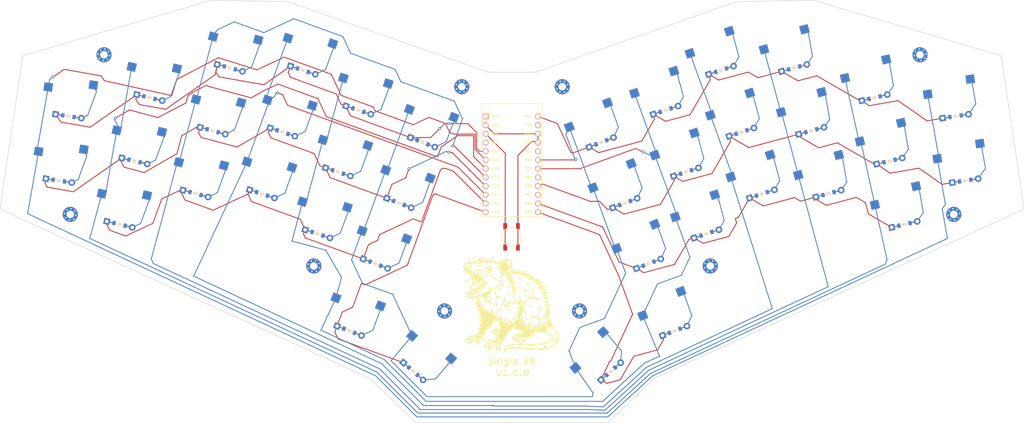
<source format=kicad_pcb>
(kicad_pcb (version 20240108) (generator "pcbnew") (generator_version "8.0")
  (layers (0 "F.Cu" signal) (31 "B.Cu" signal) (34 "B.Paste" user) (35 "F.Paste" user) (36 "B.SilkS" user "B.Silkscreen") (37 "F.SilkS" user "F.Silkscreen") (38 "B.Mask" user) (39 "F.Mask" user) (44 "Edge.Cuts" user))
  (net 0 "")
  (net 1 "outer_home")
  (net 2 "outer_top")
  (net 3 "pinky_bottom")
  (net 4 "pinky_home")
  (net 5 "pinky_top")
  (net 6 "ring_bottom")
  (net 7 "ring_home")
  (net 8 "ring_top")
  (net 9 "middle_bottom")
  (net 10 "middle_home")
  (net 11 "middle_top")
  (net 12 "index_bottom")
  (net 13 "index_home")
  (net 14 "index_top")
  (net 15 "inner_bottom")
  (net 16 "inner_home")
  (net 17 "inner_top")
  (net 18 "near_thumb")
  (net 19 "home_thumb")
  (net 20 "mirror_outer_home")
  (net 21 "mirror_outer_top")
  (net 22 "mirror_pinky_bottom")
  (net 23 "mirror_pinky_home")
  (net 24 "mirror_pinky_top")
  (net 25 "mirror_ring_bottom")
  (net 26 "mirror_ring_home")
  (net 27 "mirror_ring_top")
  (net 28 "mirror_middle_bottom")
  (net 29 "mirror_middle_home")
  (net 30 "mirror_middle_top")
  (net 31 "mirror_index_bottom")
  (net 32 "mirror_index_home")
  (net 33 "mirror_index_top")
  (net 34 "mirror_inner_bottom")
  (net 35 "mirror_inner_home")
  (net 36 "mirror_inner_top")
  (net 37 "mirror_near_thumb")
  (net 38 "mirror_home_thumb")
  (net 39 "RAW")
  (net 40 "GND")
  (net 41 "RST")
  (net 42 "VCC")
  (net 43 "P21")
  (net 44 "P20")
  (net 45 "P19")
  (net 46 "P18")
  (net 47 "P15")
  (net 48 "P14")
  (net 49 "P16")
  (net 50 "P10")
  (net 51 "P1")
  (net 52 "P0")
  (net 53 "P2")
  (net 54 "P3")
  (net 55 "P4")
  (net 56 "P5")
  (net 57 "P6")
  (net 58 "P7")
  (net 59 "P8")
  (net 60 "P9")
  (footprint "MX" (layer "F.Cu") (at 397.342229 221.83263 18.25)
    (property "Reference" "S31" (hide yes))
    (property "Value" "" (hide yes))
  )
  (footprint "MX" (layer "F.Cu") (at 367.72127 262.925359 41.25)
    (property "Reference" "S38" (hide yes))
    (property "Value" "" (hide yes))
  )
  (footprint "MX" (layer "F.Cu") (at 270.967347 210.184311 -18.25)
    (property "Reference" "S9" (hide yes))
    (property "Value" "" (hide yes))
  )
  (footprint "MX" (layer "F.Cu") (at 423.158457 173.348737 15.25)
    (property "Reference" "S27" (hide yes))
    (property "Value" "" (hide yes))
  )
  (footprint "ComboDiode" (layer "F.Cu") (at 382.049619 235.291851 21.25)
    (property "Reference" "D34" (hide yes))
    (property "Value" "" (hide yes))
  )
  (footprint "MountingHole_2.2mm_M2_Pad_Via" (layer "F.Cu") (at 361.896842 249.079761 41.25)
    (property "Reference" "_10" (hide yes))
    (property "Value" "")
  )
  (footprint "MX" (layer "F.Cu") (at 233.376039 200.463076 -13.25)
    (property "Reference" "S4" (hide yes))
    (property "Value" "" (hide yes))
  )
  (footprint "MX" (layer "F.Cu") (at 251.321215 210.010662 -15.25)
    (property "Reference" "S6" (hide yes))
    (property "Value" "" (hide yes))
  )
  (footprint "ComboDiode" (layer "F.Cu") (at 250.00606 214.834598 -15.25)
    (property "Reference" "D6" (hide yes))
    (property "Value" "" (hide yes))
  )
  (footprint "ProMicro" (layer "F.Cu") (at 342.17283 206.293234 -90)
    (property "Reference" "MCU1" (hide yes))
    (property "Value" "" (hide yes))
  )
  (footprint "MX" (layer "F.Cu") (at 229.021224 218.957287 -13.25)
    (property "Reference" "S3" (hide yes))
    (property "Value" "" (hide yes))
  )
  (footprint "MX" (layer "F.Cu") (at 366.464774 195.21553 21.25)
    (property "Reference" "S36" (hide yes))
    (property "Value" "" (hide yes))
  )
  (footprint "E73:SW_TACT_ALPS_SKQGABE010" (layer "F.Cu") (at 342.103217 227.463119 -90)
    (property "Reference" "B1" (hide yes))
    (property "Value" "" (hide yes))
  )
  (footprint "ComboDiode" (layer "F.Cu") (at 313.456851 266.684577 -41.25)
    (property "Reference" "D19" (hide yes))
    (property "Value" "" (hide yes))
  )
  (footprint "ComboDiode" (layer "F.Cu") (at 285.56683 226.581116 -18.25)
    (property "Reference" "D12" (hide yes))
    (property "Value" "" (hide yes))
  )
  (footprint "ComboDiode" (layer "F.Cu") (at 434.468805 214.834589 15.25)
    (property "Reference" "D25" (hide yes))
    (property "Value" "" (hide yes))
  )
  (footprint "MX" (layer "F.Cu") (at 316.75359 262.925354 -41.25)
    (property "Reference" "S19" (hide yes))
    (property "Value" "" (hide yes))
  )
  (footprint "ComboDiode" (layer "F.Cu") (at 297.467047 190.492543 -18.25)
    (property "Reference" "D14" (hide yes))
    (property "Value" "" (hide yes))
  )
  (footprint "MX" (layer "F.Cu") (at 428.15605 191.679701 15.25)
    (property "Reference" "S26" (hide yes))
    (property "Value" "" (hide yes))
  )
  (footprint "ComboDiode" (layer "F.Cu") (at 375.163297 217.583725 21.25)
    (property "Reference" "D35" (hide yes))
    (property "Value" "" (hide yes))
  )
  (footprint "ComboDiode" (layer "F.Cu") (at 398.908032 226.581101 18.25)
    (property "Reference" "D31" (hide yes))
    (property "Value" "" (hide yes))
  )
  (footprint "ComboDiode" (layer "F.Cu") (at 291.516936 208.536834 -18.25)
    (property "Reference" "D13" (hide yes))
    (property "Value" "" (hide yes))
  )
  (footprint "MX" (layer "F.Cu") (at 210.914041 206.108549 -8.5)
    (property "Reference" "S1" (hide yes))
    (property "Value" "" (hide yes))
  )
  (footprint "MX" (layer "F.Cu") (at 446.744016 181.96887 13.25)
    (property "Reference" "S24" (hide yes))
    (property "Value" "" (hide yes))
  )
  (footprint "ComboDiode" (layer "F.Cu") (at 389.660828 254.864024 21.25)
    (property "Reference" "D37" (hide yes))
    (property "Value" "" (hide yes))
  )
  (footprint "ComboDiode" (layer "F.Cu") (at 452.244825 205.329957 13.25)
    (property "Reference" "D23" (hide yes))
    (property "Value" "" (hide yes))
  )
  (footprint "MX" (layer "F.Cu") (at 237.730833 181.968874 -13.25)
    (property "Reference" "S5" (hide yes))
    (property "Value" "" (hide yes))
  )
  (footprint "ComboDiode" (layer "F.Cu") (at 456.599617 223.824181 13.25)
    (property "Reference" "D22" (hide yes))
    (property "Value" "" (hide yes))
  )
  (footprint "MountingHole_2.2mm_M2_Pad_Via" (layer "F.Cu") (at 400.000381 235.960852 18.25)
    (property "Reference" "_6" (hide yes))
    (property "Value" "")
  )
  (footprint "MountingHole_2.2mm_M2_Pad_Via" (layer "F.Cu") (at 322.57803 249.079756 -41.25)
    (property "Reference" "_9" (hide yes))
    (property "Value" "")
  )
  (footprint "ComboDiode" (layer "F.Cu") (at 392.957923 208.53683 18.25)
    (property "Reference" "D32" (hide yes))
    (property "Value" "" (hide yes))
  )
  (footprint "ComboDiode" (layer "F.Cu") (at 309.311577 217.583718 -21.25)
    (property "Reference" "D16" (hide yes))
    (property "Value" "" (hide yes))
  )
  (footprint "MX" (layer "F.Cu") (at 451.098832 200.463084 13.25)
    (property "Reference" "S23" (hide yes))
    (property "Value" "" (hide yes))
  )
  (footprint "ComboDiode" (layer "F.Cu") (at 471.491502 192.262328 8.5)
    (property "Reference" "D21" (hide yes))
    (property "Value" "" (hide yes))
  )
  (footprint "MX" (layer "F.Cu") (at 391.392097 203.788333 18.25)
    (property "Reference" "S32" (hide yes))
    (property "Value" "" (hide yes))
  )
  (footprint "MountingHole_2.2mm_M2_Pad_Via" (layer "F.Cu") (at 356.873004 183.655989 21.25)
    (property "Reference" "_8" (hide yes))
    (property "Value" "")
  )
  (footprint "MX" (layer "F.Cu") (at 256.318821 191.679699 -15.25)
    (property "Reference" "S7" (hide yes))
    (property "Value" "" (hide yes))
  )
  (footprint "ComboDiode" (layer "F.Cu") (at 429.4712 196.503627 15.25)
    (property "Reference" "D26" (hide yes))
    (property "Value" "" (hide yes))
  )
  (footprint "ComboDiode" (layer "F.Cu") (at 255.003639 196.503639 -15.25)
    (property "Reference" "D7" (hide yes))
    (property "Value" "" (hide yes))
  )
  (footprint "MX" (layer "F.Cu") (at 433.153624 210.010654 15.25)
    (property "Reference" "S25" (hide yes))
    (property "Value" "" (hide yes))
  )
  (footprint "MX" (layer "F.Cu") (at 387.848611 250.203991 21.25)
    (property "Reference" "S37" (hide yes))
    (property "Value" "" (hide yes))
  )
  (footprint "MX" (layer "F.Cu") (at 276.917453 192.140027 -18.25)
    (property "Reference" "S10" (hide yes))
    (property "Value" "" (hide yes))
  )
  (footprint "MX" (layer "F.Cu") (at 455.453639 218.957279 13.25)
    (property "Reference" "S22" (hide yes))
    (property "Value" "" (hide yes))
  )
  (footprint "MX" (layer "F.Cu") (at 470.752465 187.317251 8.5)
    (property "Reference" "S21" (hide yes))
    (property "Value" "" (hide yes))
  )
  (footprint "ComboDiode" (layer "F.Cu") (at 294.814049 254.864032 -21.25)
    (property "Reference" "D18" (hide yes))
    (property "Value" "" (hide yes))
  )
  (footprint "MX" (layer "F.Cu") (at 299.03286 185.744056 -18.25)
    (property "Reference" "S14" (hide yes))
    (property "Value" "" (hide yes))
  )
  (footprint "ComboDiode" (layer "F.Cu") (at 302.425232 235.291869 -21.25)
    (property "Reference" "D15" (hide yes))
    (property "Value" "" (hide yes))
  )
  (footprint "MX" (layer "F.Cu") (at 407.557403 192.14002 18.25)
    (property "Reference" "S29" (hide yes))
    (property "Value" "" (hide yes))
  )
  (footprint "ComboDiode" (layer "F.Cu") (at 403.173114 178.844246 18.25)
    (property "Reference" "D30" (hide yes))
    (property "Value" "" (hide yes))
  )
  (footprint "MX" (layer "F.Cu") (at 282.86757 174.095742 -18.25)
    (property "Reference" "S11" (hide yes))
    (property "Value" "" (hide yes))
  )
  (footprint "myboard:pcb-graphic-2" (layer "F.Cu") (at 342 247)
    (property "Reference" "G***")
    (property "Value" "LOGO" (hide yes))
  )
  (footprint "ComboDiode" (layer "F.Cu") (at 371.017993 266.684568 41.25)
    (property "Reference" "D38" (hide yes))
    (property "Value" "" (hide yes))
  )
  (footprint "ComboDiode" (layer "F.Cu") (at 232.230027 205.329975 -13.25)
    (property "Reference" "D4" (hide yes))
    (property "Value" "" (hide yes))
  )
  (footprint "ComboDiode" (layer "F.Cu") (at 424.473612 178.172682 15.25)
    (property "Reference" "D27" (hide yes))
    (property "Value" "" (hide yes))
  )
  (footprint "MX" (layer "F.Cu") (at 304.237435 230.631815 -21.25)
    (property "Reference" "S15" (hide yes))
    (property "Value" "" (hide yes))
  )
  (footprint "MX" (layer "F.Cu") (at 293.082754 203.788343 -18.25)
    (property "Reference" "S13" (hide yes))
    (property "Value" "" (hide yes))
  )
  (footprint "ComboDiode" (layer "F.Cu") (at 409.123234 196.888523 18.25)
    (property "Reference" "D29" (hide yes))
    (property "Value" "" (hide yes))
  )
  (footprint "ComboDiode" (layer "F.Cu") (at 316.197872 199.875567 -21.25)
    (property "Reference" "D17" (hide yes))
    (property "Value" "" (hide yes))
  )
  (footprint "MX" (layer "F.Cu") (at 261.316413 173.348732 -15.25)
    (property "Reference" "S8" (hide yes))
    (property "Value" "" (hide yes))
  )
  (footprint "ComboDiode" (layer "F.Cu") (at 447.890013 186.835768 13.25)
    (property "Reference" "D24" (hide yes))
    (property "Value" "" (hide yes))
  )
  (footprint "ComboDiode" (layer "F.Cu") (at 368.276975 199.87556 21.25)
    (property "Reference" "D36" (hide yes))
    (property "Value" "" (hide yes))
  )
  (footprint "MX" (layer "F.Cu") (at 287.132651 221.832608 -18.25)
    (property "Reference" "S12" (hide yes))
    (property "Value" "" (hide yes))
  )
  (footprint "MX" (layer "F.Cu") (at 473.560836 206.108545 8.5)
    (property "Reference" "S20" (hide yes))
    (property "Value" "" (hide yes))
  )
  (footprint "MountingHole_2.2mm_M2_Pad_Via" (layer "F.Cu") (at 327.601851 183.656012 -21.25)
    (property "Reference" "_7" (hide yes))
    (property "Value" "")
  )
  (footprint "ComboDiode" (layer "F.Cu") (at 281.301738 178.844241 -18.25)
    (property "Reference" "D11" (hide yes))
    (property "Value" "" (hide yes))
  )
  (footprint "ComboDiode" (layer "F.Cu") (at 210.174993 211.053629 -8.5)
    (property "Reference" "D1" (hide yes))
    (property "Value" "" (hide yes))
  )
  (footprint "MX" (layer "F.Cu") (at 385.441999 185.744056 18.25)
    (property "Reference" "S33" (hide yes))
    (property "Value" "" (hide yes))
  )
  (footprint "ComboDiode" (layer "F.Cu") (at 236.584834 186.835766 -13.25)
    (property "Reference" "D5" (hide yes))
    (property "Value" "" (hide yes))
  )
  (footprint "MX" (layer "F.Cu") (at 413.507529 210.184321 18.25)
    (property "Reference" "S28" (hide yes))
    (property "Value" "" (hide yes))
  )
  (footprint "ComboDiode" (layer "F.Cu") (at 212.983346 192.262321 -8.5)
    (property "Reference" "D2" (hide yes))
    (property "Value" "" (hide yes))
  )
  (footprint "MX" (layer "F.Cu") (at 373.351117 212.923678 21.25)
    (property "Reference" "S35" (hide yes))
    (property "Value" "" (hide yes))
  )
  (footprint "ComboDiode" (layer "F.Cu") (at 415.073348 214.932798 18.25)
    (property "Reference" "D28" (hide yes))
    (property "Value" "" (hide yes))
  )
  (footprint "MX" (layer "F.Cu") (at 311.123756 212.923696 -21.25)
    (property "Reference" "S16" (hide yes))
    (property "Value" "" (hide yes))
  )
  (footprint "MountingHole_2.2mm_M2_Pad_Via" (layer "F.Cu") (at 461.129647 174.34711 8.5)
    (property "Reference" "_2" (hide yes))
    (property "Value" "")
  )
  (footprint "MX" (layer "F.Cu") (at 296.626242 250.203994 -21.25)
    (property "Reference" "S18" (hide yes))
    (property "Value" "" (hide yes))
  )
  (footprint "MountingHole_2.2mm_M2_Pad_Via" (layer "F.Cu") (at 470.969283 220.904105 8.5)
    (property "Reference" "_4" (hide yes))
    (property "Value" "")
  )
  (footprint "MountingHole_2.2mm_M2_Pad_Via" (layer "F.Cu") (at 223.345217 174.34713 -8.5)
    (property "Reference" "_1" (hide yes))
    (property "Value" "")
  )
  (footprint "MX" (layer "F.Cu") (at 401.607295 174.095745 18.25)
    (property "Reference" "S30" (hide yes))
    (property "Value" "" (hide yes))
  )
  (footprint "MX" (layer "F.Cu") (at 213.722407 187.317247 -8.5)
    (property "Reference" "S2" (hide yes))
    (property "Value" "" (hide yes))
  )
  (footprint "MountingHole_2.2mm_M2_Pad_Via" (layer "F.Cu") (at 213.505564 220.904101 -8.5)
    (property "Reference" "_3" (hide yes))
    (property "Value" "")
  )
  (footprint "MX" (layer "F.Cu") (at 318.010093 195.215515 -21.25)
    (property "Reference" "S17" (hide yes))
    (property "Value" "" (hide yes))
  )
  (footprint "ComboDiode" (layer "F.Cu") (at 260.001267 178.172671 -15.25)
    (property "Reference" "D8" (hide yes))
    (property "Value" "" (hide yes))
  )
  (footprint "ComboDiode" (layer "F.Cu") (at 227.875229 223.82417 -13.25)
    (property "Reference" "D3" (hide yes))
    (property "Value" "" (hide yes))
  )
  (footprint "ComboDiode" (layer "F.Cu") (at 269.401525 214.93281 -18.25)
    (property "Reference" "D9" (hide yes))
    (property "Value" "" (hide yes))
  )
  (footprint "ComboDiode" (layer "F.Cu") (at 275.351647 196.88851 -18.25)
    (property "Reference" "D10" (hide yes))
    (property "Value" "" (hide yes))
  )
  (footprint "ComboDiode" (layer "F.Cu") (at 474.299877 211.05362 8.5)
    (property "Reference" "D20" (hide yes))
    (property "Value" "" (hide yes))
  )
  (footprint "MountingHole_2.2mm_M2_Pad_Via" (layer "F.Cu") (at 284.474483 235.960839 -18.25)
    (property "Reference" "_5" (hide yes))
    (property "Value" "")
  )
  (footprint "ComboDiode" (layer "F.Cu") (at 387.007822 190.492543 18.25)
    (property "Reference" "D33" (hide yes))
    (property "Value" "" (hide yes))
  )
  (footprint "MX" (layer "F.Cu") (at 380.237419 230.631819 21.25)
    (property "Reference" "S34" (hide yes))
    (property "Value" "" (hide yes))
  )
  (gr_line (start 300.550266 268.618334) (end 193.692751 219.670728) (stroke (width 0.15)) (layer "Edge.Cuts"))
  (gr_arc (start 276.680264 158.838347) (mid 276.8393 158.854042) (end 276.993805 158.894872) (stroke (width 0.15)) (layer "Edge.Cuts"))
  (gr_arc (start 429.820682 158.433423) (mid 429.97296 158.442259) (end 430.122123 158.474152) (stroke (width 0.15)) (layer "Edge.Cuts"))
  (gr_line (start 430.122123 158.474152) (end 484.165766 174.424026) (stroke (width 0.15)) (layer "Edge.Cuts"))
  (gr_line (start 490.782111 219.670724) (end 383.924618 268.618328) (stroke (width 0.15)) (layer "Edge.Cuts"))
  (gr_line (start 200.309093 174.42405) (end 254.35276 158.474132) (stroke (width 0.15)) (layer "Edge.Cuts"))
  (gr_arc (start 314.665179 281.689977) (mid 314.29222 281.617825) (end 313.973081 281.411781) (stroke (width 0.15)) (layer "Edge.Cuts"))
  (gr_arc (start 349.228623 179.392266) (mid 349.065066 179.434686) (end 348.896701 179.448959) (stroke (width 0.15)) (layer "Edge.Cuts"))
  (gr_arc (start 335.578156 179.448972) (mid 335.409792 179.43469) (end 335.246232 179.392278) (stroke (width 0.15)) (layer "Edge.Cuts"))
  (gr_line (start 193.120187 218.613762) (end 199.603137 175.235343) (stroke (width 0.15)) (layer "Edge.Cuts"))
  (gr_arc (start 370.501781 281.411792) (mid 370.182641 281.617833) (end 369.809683 281.689988) (stroke (width 0.15)) (layer "Edge.Cuts"))
  (gr_line (start 335.578156 179.448972) (end 348.896701 179.448959) (stroke (width 0.15)) (layer "Edge.Cuts"))
  (gr_arc (start 254.35276 158.474132) (mid 254.501923 158.442239) (end 254.654202 158.433404) (stroke (width 0.15)) (layer "Edge.Cuts"))
  (gr_arc (start 199.603137 175.235343) (mid 199.83777 174.726717) (end 200.309093 174.42405) (stroke (width 0.15)) (layer "Edge.Cuts"))
  (gr_line (start 313.973081 281.411781) (end 300.825911 268.805688) (stroke (width 0.15)) (layer "Edge.Cuts"))
  (gr_arc (start 491.354674 218.613758) (mid 491.244936 219.237876) (end 490.782111 219.670724) (stroke (width 0.15)) (layer "Edge.Cuts"))
  (gr_line (start 276.993805 158.894872) (end 335.246232 179.392278) (stroke (width 0.15)) (layer "Edge.Cuts"))
  (gr_line (start 383.648973 268.805682) (end 370.501781 281.411792) (stroke (width 0.15)) (layer "Edge.Cuts"))
  (gr_line (start 369.809683 281.689988) (end 314.665179 281.689977) (stroke (width 0.15)) (layer "Edge.Cuts"))
  (gr_line (start 407.794605 158.83835) (end 429.820682 158.433423) (stroke (width 0.15)) (layer "Edge.Cuts"))
  (gr_arc (start 300.550266 268.618334) (mid 300.695948 268.700447) (end 300.825911 268.805688) (stroke (width 0.15)) (layer "Edge.Cuts"))
  (gr_arc (start 407.481063 158.894875) (mid 407.635568 158.854046) (end 407.794605 158.83835) (stroke (width 0.15)) (layer "Edge.Cuts"))
  (gr_arc (start 484.165766 174.424026) (mid 484.637089 174.726693) (end 484.871723 175.235319) (stroke (width 0.15)) (layer "Edge.Cuts"))
  (gr_line (start 484.871723 175.235319) (end 491.354674 218.613758) (stroke (width 0.15)) (layer "Edge.Cuts"))
  (gr_arc (start 383.648973 268.805682) (mid 383.778934 268.700439) (end 383.924618 268.618328) (stroke (width 0.15)) (layer "Edge.Cuts"))
  (gr_line (start 254.654202 158.433404) (end 276.680264 158.838347) (stroke (width 0.15)) (layer "Edge.Cuts"))
  (gr_line (start 349.228623 179.392266) (end 407.481063 158.894875) (stroke (width 0.15)) (layer "Edge.Cuts"))
  (gr_arc (start 193.692751 219.670728) (mid 193.229926 219.23788) (end 193.120187 218.613762) (stroke (width 0.15)) (layer "Edge.Cuts"))
  (gr_text "Jingis 38\nv1.0.0" (at 342.4 268.4 0) (layer "F.SilkS") (effects (font (size 2 2) (thickness 0.4) (bold yes)) (justify bottom)))
  (segment (start 211.80686 211.297518) (end 213.877635 211.662645) (width 0.25) (layer "F.Cu") (net 1))
  (segment (start 213.877635 211.662645) (end 213.943138 211.616772) (width 0.25) (layer "F.Cu") (net 1))
  (segment (start 215.831819 210.736062) (end 213.943139 211.616775) (width 0.25) (layer "B.Cu") (net 1))
  (segment (start 211.806855 211.297508) (end 213.877633 211.662631) (width 0.25) (layer "B.Cu") (net 1))
  (segment (start 217.442729 201.947836) (end 218.334463 203.860138) (width 0.25) (layer "B.Cu") (net 1))
  (segment (start 213.877633 211.662631) (end 213.943124 211.616786) (width 0.25) (layer "B.Cu") (net 1))
  (segment (start 218.334463 203.860138) (end 215.831819 210.736062) (width 0.25) (layer "B.Cu") (net 1))
  (segment (start 214.61524 192.5062) (end 216.686027 192.871335) (width 0.25) (layer "F.Cu") (net 2))
  (segment (start 216.686027 192.871335) (end 216.751509 192.825476) (width 0.25) (layer "F.Cu") (net 2))
  (segment (start 214.61524 192.5062) (end 216.686011 192.871338) (width 0.25) (layer "B.Cu") (net 2))
  (segment (start 221.142824 185.068836) (end 218.640193 191.944745) (width 0.25) (layer "B.Cu") (net 2))
  (segment (start 220.251114 183.156528) (end 221.142824 185.068836) (width 0.25) (layer "B.Cu") (net 2))
  (segment (start 216.686011 192.871338) (end 216.751502 192.825479) (width 0.25) (layer "B.Cu") (net 2))
  (segment (start 218.640193 191.944745) (end 216.751509 192.825476) (width 0.25) (layer "B.Cu") (net 2))
  (segment (start 231.484475 224.555572) (end 231.583817 224.697438) (width 0.25) (layer "F.Cu") (net 3))
  (segment (start 229.481298 224.202359) (end 231.484475 224.555572) (width 0.25) (layer "F.Cu") (net 3))
  (segment (start 231.503021 224.744079) (end 231.583804 224.697424) (width 0.25) (layer "B.Cu") (net 3))
  (segment (start 236.509326 216.718164) (end 234.018304 223.562211) (width 0.25) (layer "B.Cu") (net 3))
  (segment (start 235.872055 215.351492) (end 236.509326 216.718164) (width 0.25) (layer "B.Cu") (net 3))
  (segment (start 229.481303 224.202365) (end 231.503021 224.744079) (width 0.25) (layer "B.Cu") (net 3))
  (segment (start 234.018304 223.562211) (end 231.583786 224.697423) (width 0.25) (layer "B.Cu") (net 3))
  (segment (start 235.839292 206.061377) (end 235.93861 206.20322) (width 0.25) (layer "F.Cu") (net 4))
  (segment (start 233.836113 205.708158) (end 235.839292 206.061377) (width 0.25) (layer "F.Cu") (net 4))
  (segment (start 235.857816 206.249864) (end 235.938596 206.203216) (width 0.25) (layer "B.Cu") (net 4))
  (segment (start 233.836113 205.708158) (end 235.857816 206.249864) (width 0.25) (layer "B.Cu") (net 4))
  (segment (start 240.226847 196.857283) (end 240.864129 198.223957) (width 0.25) (layer "B.Cu") (net 4))
  (segment (start 238.373111 205.068004) (end 235.938611 206.203229) (width 0.25) (layer "B.Cu") (net 4))
  (segment (start 240.864129 198.223957) (end 238.373111 205.068004) (width 0.25) (layer "B.Cu") (net 4))
  (segment (start 240.194083 187.567157) (end 240.293421 187.709042) (width 0.25) (layer "F.Cu") (net 5))
  (segment (start 238.190917 187.213953) (end 240.194083 187.567157) (width 0.25) (layer "F.Cu") (net 5))
  (segment (start 242.72791 186.573799) (end 240.293422 187.709039) (width 0.25) (layer "B.Cu") (net 5))
  (segment (start 244.581687 178.363084) (end 245.218943 179.729744) (width 0.25) (layer "B.Cu") (net 5))
  (segment (start 245.218943 179.729744) (end 242.72791 186.573799) (width 0.25) (layer "B.Cu") (net 5))
  (segment (start 238.190917 187.213953) (end 240.212618 187.755661) (width 0.25) (layer "B.Cu") (net 5))
  (segment (start 240.212618 187.755661) (end 240.293418 187.709025) (width 0.25) (layer "B.Cu") (net 5))
  (segment (start 253.452644 215.943631) (end 253.681902 215.836743) (width 0.25) (layer "F.Cu") (net 6))
  (segment (start 251.597973 215.268592) (end 253.452644 215.943631) (width 0.25) (layer "F.Cu") (net 6))
  (segment (start 258.823957 207.783281) (end 256.344661 214.595077) (width 0.25) (layer "B.Cu") (net 6))
  (segment (start 258.293708 206.646161) (end 258.823957 207.783281) (width 0.25) (layer "B.Cu") (net 6))
  (segment (start 256.344661 214.595077) (end 253.681915 215.836742) (width 0.25) (layer "B.Cu") (net 6))
  (segment (start 251.597965 215.268588) (end 253.675252 215.825191) (width 0.25) (layer "B.Cu") (net 6))
  (segment (start 253.675252 215.825191) (end 253.681924 215.836735) (width 0.25) (layer "B.Cu") (net 6))
  (segment (start 258.450242 197.612677) (end 258.679499 197.505783) (width 0.25) (layer "F.Cu") (net 7))
  (segment (start 256.595562 196.937638) (end 258.450242 197.612677) (width 0.25) (layer "F.Cu") (net 7))
  (segment (start 263.821548 189.452335) (end 261.342245 196.264116) (width 0.25) (layer "B.Cu") (net 7))
  (segment (start 258.672834 197.494243) (end 258.679499 197.505783) (width 0.25) (layer "B.Cu") (net 7))
  (segment (start 256.595562 196.937638) (end 258.672834 197.494243) (width 0.25) (layer "B.Cu") (net 7))
  (segment (start 263.291314 188.31521) (end 263.821548 189.452335) (width 0.25) (layer "B.Cu") (net 7))
  (segment (start 261.342245 196.264116) (end 258.67951 197.505769) (width 0.25) (layer "B.Cu") (net 7))
  (segment (start 263.44785 179.281724) (end 263.677093 179.174813) (width 0.25) (layer "F.Cu") (net 8))
  (segment (start 261.593154 178.606664) (end 263.44785 179.281724) (width 0.25) (layer "F.Cu") (net 8))
  (segment (start 268.819134 171.121354) (end 266.339849 177.933139) (width 0.25) (layer "B.Cu") (net 8))
  (segment (start 266.339849 177.933139) (end 263.677093 179.174813) (width 0.25) (layer "B.Cu") (net 8))
  (segment (start 263.670435 179.163265) (end 263.677103 179.174805) (width 0.25) (layer "B.Cu") (net 8))
  (segment (start 261.593162 178.606667) (end 263.670435 179.163265) (width 0.25) (layer "B.Cu") (net 8))
  (segment (start 268.288912 169.984237) (end 268.819134 171.121354) (width 0.25) (layer "B.Cu") (net 8))
  (segment (start 272.935327 216.165386) (end 273.019869 216.125962) (width 0.25) (layer "F.Cu") (net 9))
  (segment (start 270.968515 215.449528) (end 272.935327 216.165386) (width 0.25) (layer "F.Cu") (net 9))
  (segment (start 272.93532 216.165379) (end 273.019869 216.125962) (width 0.25) (layer "B.Cu") (net 9))
  (segment (start 276.022438 214.725834) (end 273.019877 216.125972) (width 0.25) (layer "B.Cu") (net 9))
  (segment (start 270.968528 215.44953) (end 272.93532 216.165379) (width 0.25) (layer "B.Cu") (net 9))
  (segment (start 278.476555 207.983226) (end 276.022438 214.725834) (width 0.25) (layer "B.Cu") (net 9))
  (segment (start 278.106347 207.189328) (end 278.476555 207.983226) (width 0.25) (layer "B.Cu") (net 9))
  (segment (start 278.885432 198.121101) (end 278.97001 198.081683) (width 0.25) (layer "F.Cu") (net 10))
  (segment (start 276.918654 197.40525) (end 278.885432 198.121101) (width 0.25) (layer "F.Cu") (net 10))
  (segment (start 284.426668 189.938929) (end 281.972544 196.681552) (width 0.25) (layer "B.Cu") (net 10))
  (segment (start 276.918637 197.405232) (end 278.885428 198.121103) (width 0.25) (layer "B.Cu") (net 10))
  (segment (start 281.972544 196.681552) (end 278.969994 198.081665) (width 0.25) (layer "B.Cu") (net 10))
  (segment (start 284.056469 189.145044) (end 284.426668 189.938929) (width 0.25) (layer "B.Cu") (net 10))
  (segment (start 278.885428 198.121103) (end 278.969994 198.081665) (width 0.25) (layer "B.Cu") (net 10))
  (segment (start 282.868744 179.360961) (end 284.835557 180.076818) (width 0.25) (layer "F.Cu") (net 11))
  (segment (start 284.835557 180.076818) (end 284.920086 180.037394) (width 0.25) (layer "F.Cu") (net 11))
  (segment (start 284.835537 180.076829) (end 284.920092 180.037386) (width 0.25) (layer "B.Cu") (net 11))
  (segment (start 290.376768 171.894671) (end 287.92266 178.637279) (width 0.25) (layer "B.Cu") (net 11))
  (segment (start 290.006578 171.100767) (end 290.376768 171.894671) (width 0.25) (layer "B.Cu") (net 11))
  (segment (start 282.868745 179.360966) (end 284.835537 180.076829) (width 0.25) (layer "B.Cu") (net 11))
  (segment (start 287.92266 178.637279) (end 284.920104 180.0374) (width 0.25) (layer "B.Cu") (net 11))
  (segment (start 289.100633 227.813704) (end 289.18517 227.774257) (width 0.25) (layer "F.Cu") (net 12))
  (segment (start 287.133816 227.097816) (end 289.100633 227.813704) (width 0.25) (layer "F.Cu") (net 12))
  (segment (start 294.271674 218.837664) (end 294.641832 219.631527) (width 0.25) (layer "B.Cu") (net 12))
  (segment (start 294.641832 219.631527) (end 292.18773 226.374146) (width 0.25) (layer "B.Cu") (net 12))
  (segment (start 292.18773 226.374146) (end 289.185181 227.774265) (width 0.25) (layer "B.Cu") (net 12))
  (segment (start 289.100617 227.813684) (end 289.185167 227.774268) (width 0.25) (layer "B.Cu") (net 12))
  (segment (start 287.133821 227.097834) (end 289.100617 227.813684) (width 0.25) (layer "B.Cu") (net 12))
  (segment (start 295.050748 209.769411) (end 295.135299 209.72998) (width 0.25) (layer "F.Cu") (net 13))
  (segment (start 293.083942 209.053545) (end 295.050748 209.769411) (width 0.25) (layer "F.Cu") (net 13))
  (segment (start 298.137851 208.329869) (end 295.135299 209.72998) (width 0.25) (layer "B.Cu") (net 13))
  (segment (start 300.591954 201.58725) (end 298.137851 208.329869) (width 0.25) (layer "B.Cu") (net 13))
  (segment (start 295.050745 209.769402) (end 295.135285 209.729971) (width 0.25) (layer "B.Cu") (net 13))
  (segment (start 293.08395 209.053548) (end 295.050745 209.769402) (width 0.25) (layer "B.Cu") (net 13))
  (segment (start 300.221777 200.79336) (end 300.591954 201.58725) (width 0.25) (layer "B.Cu") (net 13))
  (segment (start 299.034046 191.009264) (end 301.000869 191.725121) (width 0.25) (layer "F.Cu") (net 14))
  (segment (start 301.000869 191.725121) (end 301.085403 191.685705) (width 0.25) (layer "F.Cu") (net 14))
  (segment (start 304.087966 190.285564) (end 301.085409 191.685693) (width 0.25) (layer "B.Cu") (net 14))
  (segment (start 301.000851 191.725126) (end 301.0854 191.68571) (width 0.25) (layer "B.Cu") (net 14))
  (segment (start 299.034041 191.009251) (end 301.000851 191.725126) (width 0.25) (layer "B.Cu") (net 14))
  (segment (start 306.171879 182.74908) (end 306.542072 183.542955) (width 0.25) (layer "B.Cu") (net 14))
  (segment (start 306.542072 183.542955) (end 304.087966 190.285564) (width 0.25) (layer "B.Cu") (net 14))
  (segment (start 303.963042 235.889884) (end 305.948031 236.612354) (width 0.25) (layer "F.Cu") (net 15))
  (segment (start 305.948031 236.612354) (end 305.976189 236.672756) (width 0.25) (layer "F.Cu") (net 15))
  (segment (start 309.314645 235.116013) (end 305.976185 236.672754) (width 0.25) (layer "B.Cu") (net 15))
  (segment (start 303.963055 235.889891) (end 305.948032 236.612367) (width 0.25) (layer "B.Cu") (net 15))
  (segment (start 305.948032 236.612367) (end 305.976176 236.672752) (width 0.25) (layer "B.Cu") (net 15))
  (segment (start 311.523408 228.014602) (end 311.734534 228.467368) (width 0.25) (layer "B.Cu") (net 15))
  (segment (start 311.734534 228.467368) (end 309.314645 235.116013) (width 0.25) (layer "B.Cu") (net 15))
  (segment (start 312.834342 218.904212) (end 312.862534 218.964593) (width 0.25) (layer "F.Cu") (net 16))
  (segment (start 310.849382 218.181738) (end 312.834342 218.904212) (width 0.25) (layer "F.Cu") (net 16))
  (segment (start 316.200959 217.407877) (end 312.862519 218.964601) (width 0.25) (layer "B.Cu") (net 16))
  (segment (start 310.849378 218.181762) (end 312.834342 218.904212) (width 0.25) (layer "B.Cu") (net 16))
  (segment (start 312.834342 218.904212) (end 312.862519 218.964601) (width 0.25) (layer "B.Cu") (net 16))
  (segment (start 318.409727 210.306426) (end 318.620854 210.759217) (width 0.25) (layer "B.Cu") (net 16))
  (segment (start 318.620854 210.759217) (end 316.200959 217.407877) (width 0.25) (layer "B.Cu") (net 16))
  (segment (start 317.735704 200.473589) (end 319.720671 201.196063) (width 0.25) (layer "F.Cu") (net 17))
  (segment (start 319.720671 201.196063) (end 319.748843 201.256454) (width 0.25) (layer "F.Cu") (net 17))
  (segment (start 325.296059 192.598286) (end 325.507191 193.051062) (width 0.25) (layer "B.Cu") (net 17))
  (segment (start 317.7357 200.473595) (end 319.720672 201.196063) (width 0.25) (layer "B.Cu") (net 17))
  (segment (start 325.507191 193.051062) (end 323.087274 199.699713) (width 0.25) (layer "B.Cu") (net 17))
  (segment (start 323.087274 199.699713) (end 319.748841 201.256458) (width 0.25) (layer "B.Cu") (net 17))
  (segment (start 319.720672 201.196063) (end 319.748837 201.256455) (width 0.25) (layer "B.Cu") (net 17))
  (segment (start 298.336821 256.184527) (end 298.364994 256.244925) (width 0.25) (layer "F.Cu") (net 18))
  (segment (start 296.351853 255.462052) (end 298.336821 256.184527) (width 0.25) (layer "F.Cu") (net 18))
  (segment (start 298.336839 256.184512) (end 298.364995 256.244912) (width 0.25) (layer "B.Cu") (net 18))
  (segment (start 296.351857 255.462048) (end 298.336839 256.184512) (width 0.25) (layer "B.Cu") (net 18))
  (segment (start 304.12335 248.039526) (end 301.703431 254.688176) (width 0.25) (layer "B.Cu") (net 18))
  (segment (start 303.912207 247.586749) (end 304.12335 248.039526) (width 0.25) (layer "B.Cu") (net 18))
  (segment (start 301.703431 254.688176) (end 298.365008 256.24491) (width 0.25) (layer "B.Cu") (net 18))
  (segment (start 314.697394 267.772508) (end 316.315568 269.130291) (width 0.25) (layer "F.Cu") (net 19))
  (segment (start 316.315568 269.130291) (end 316.321369 269.19669) (width 0.25) (layer "F.Cu") (net 19))
  (segment (start 324.538865 263.455584) (end 319.990908 268.875623) (width 0.25) (layer "B.Cu") (net 19))
  (segment (start 319.990908 268.875623) (end 316.321372 269.19668) (width 0.25) (layer "B.Cu") (net 19))
  (segment (start 316.315565 269.130299) (end 316.321369 269.19669) (width 0.25) (layer "B.Cu") (net 19))
  (segment (start 314.697406 267.77248) (end 316.315565 269.130299) (width 0.25) (layer "B.Cu") (net 19))
  (segment (start 324.495316 262.957936) (end 324.538865 263.455584) (width 0.25) (layer "B.Cu") (net 19))
  (segment (start 475.931761 210.809749) (end 478.002535 210.444603) (width 0.25) (layer "F.Cu") (net 20))
  (segment (start 478.002535 210.444603) (end 478.068035 210.490466) (width 0.25) (layer "F.Cu") (net 20))
  (segment (start 478.971469 200.489474) (end 480.198433 207.447965) (width 0.25) (layer "B.Cu") (net 20))
  (segment (start 478.002535 210.444603) (end 478.068028 210.490462) (width 0.25) (layer "B.Cu") (net 20))
  (segment (start 475.931755 210.809746) (end 478.002535 210.444603) (width 0.25) (layer "B.Cu") (net 20))
  (segment (start 480.198433 207.447965) (end 478.068028 210.490462) (width 0.25) (layer "B.Cu") (net 20))
  (segment (start 478.587796 200.220851) (end 478.971469 200.489474) (width 0.25) (layer "B.Cu") (net 20))
  (segment (start 475.194157 191.653302) (end 475.259671 191.699169) (width 0.25) (layer "F.Cu") (net 21))
  (segment (start 473.12339 192.018437) (end 475.194157 191.653302) (width 0.25) (layer "F.Cu") (net 21))
  (segment (start 475.77942 181.429549) (end 476.163079 181.698189) (width 0.25) (layer "B.Cu") (net 21))
  (segment (start 473.123379 192.018421) (end 475.194148 191.6533) (width 0.25) (layer "B.Cu") (net 21))
  (segment (start 477.390052 188.656667) (end 475.25967 191.699168) (width 0.25) (layer "B.Cu") (net 21))
  (segment (start 476.163079 181.698189) (end 477.390052 188.656667) (width 0.25) (layer "B.Cu") (net 21))
  (segment (start 475.194148 191.6533) (end 475.259665 191.69917) (width 0.25) (layer "B.Cu") (net 21))
  (segment (start 458.205728 223.44601) (end 460.227421 222.904291) (width 0.25) (layer "F.Cu") (net 22))
  (segment (start 460.227421 222.904291) (end 460.308225 222.950935) (width 0.25) (layer "F.Cu") (net 22))
  (segment (start 460.227422 222.904283) (end 460.308205 222.950933) (width 0.25) (layer "B.Cu") (net 22))
  (segment (start 462.101201 220.390278) (end 460.308222 222.950931) (width 0.25) (layer "B.Cu") (net 22))
  (segment (start 458.205722 223.44601) (end 460.227422 222.904283) (width 0.25) (layer "B.Cu") (net 22))
  (segment (start 460.848248 213.284434) (end 462.101201 220.390278) (width 0.25) (layer "B.Cu") (net 22))
  (segment (start 459.975786 212.67352) (end 460.848248 213.284434) (width 0.25) (layer "B.Cu") (net 22))
  (segment (start 453.850899 204.951803) (end 455.872613 204.410082) (width 0.25) (layer "F.Cu") (net 23))
  (segment (start 455.872613 204.410082) (end 455.953403 204.456732) (width 0.25) (layer "F.Cu") (net 23))
  (segment (start 455.872616 204.410078) (end 455.953402 204.456715) (width 0.25) (layer "B.Cu") (net 23))
  (segment (start 457.746387 201.896082) (end 455.953401 204.456709) (width 0.25) (layer "B.Cu") (net 23))
  (segment (start 455.62096 194.179324) (end 456.493422 194.790218) (width 0.25) (layer "B.Cu") (net 23))
  (segment (start 456.493422 194.790218) (end 457.746387 201.896082) (width 0.25) (layer "B.Cu") (net 23))
  (segment (start 453.850915 204.951796) (end 455.872616 204.410078) (width 0.25) (layer "B.Cu") (net 23))
  (segment (start 449.496107 186.457585) (end 451.517792 185.915869) (width 0.25) (layer "F.Cu") (net 24))
  (segment (start 451.517792 185.915869) (end 451.598599 185.962517) (width 0.25) (layer "F.Cu") (net 24))
  (segment (start 449.496083 186.457579) (end 451.517809 185.91586) (width 0.25) (layer "B.Cu") (net 24))
  (segment (start 453.39158 183.401858) (end 451.598596 185.962509) (width 0.25) (layer "B.Cu") (net 24))
  (segment (start 451.266169 175.685106) (end 452.138615 176.296003) (width 0.25) (layer "B.Cu") (net 24))
  (segment (start 452.138615 176.296003) (end 453.39158 183.401858) (width 0.25) (layer "B.Cu") (net 24))
  (segment (start 451.517809 185.91586) (end 451.59861 185.962508) (width 0.25) (layer "B.Cu") (net 24))
  (segment (start 438.137981 213.843974) (end 438.144634 213.832431) (width 0.25) (layer "F.Cu") (net 25))
  (segment (start 436.0607 214.400594) (end 438.137981 213.843974) (width 0.25) (layer "F.Cu") (net 25))
  (segment (start 438.137985 213.843986) (end 438.144651 213.832442) (width 0.25) (layer "B.Cu") (net 25))
  (segment (start 436.060696 214.400606) (end 438.137985 213.843986) (width 0.25) (layer "B.Cu") (net 25))
  (segment (start 439.793778 211.477237) (end 438.144646 213.832452) (width 0.25) (layer "B.Cu") (net 25))
  (segment (start 437.453722 203.572914) (end 438.533328 204.328827) (width 0.25) (layer "B.Cu") (net 25))
  (segment (start 438.533328 204.328827) (end 439.793778 211.477237) (width 0.25) (layer "B.Cu") (net 25))
  (segment (start 433.14037 195.51302) (end 433.147042 195.501491) (width 0.25) (layer "F.Cu") (net 26))
  (segment (start 431.063088 196.069642) (end 433.14037 195.51302) (width 0.25) (layer "F.Cu") (net 26))
  (segment (start 432.456138 185.241954) (end 433.53574 185.997877) (width 0.25) (layer "B.Cu") (net 26))
  (segment (start 433.140384 195.513036) (end 433.14705 195.501478) (width 0.25) (layer "B.Cu") (net 26))
  (segment (start 433.53574 185.997877) (end 434.796179 193.146264) (width 0.25) (layer "B.Cu") (net 26))
  (segment (start 434.796179 193.146264) (end 433.14704 195.501482) (width 0.25) (layer "B.Cu") (net 26))
  (segment (start 431.063098 196.069637) (end 433.140384 195.513036) (width 0.25) (layer "B.Cu") (net 26))
  (segment (start 426.065507 177.738673) (end 428.142797 177.182045) (width 0.25) (layer "F.Cu") (net 27))
  (segment (start 428.142797 177.182045) (end 428.149448 177.170522) (width 0.25) (layer "F.Cu") (net 27))
  (segment (start 427.458543 166.910994) (end 428.538146 167.666926) (width 0.25) (layer "B.Cu") (net 27))
  (segment (start 426.0655 177.738668) (end 428.142796 177.182061) (width 0.25) (layer "B.Cu") (net 27))
  (segment (start 428.538146 167.666926) (end 429.798587 174.81531) (width 0.25) (layer "B.Cu") (net 27))
  (segment (start 429.798587 174.81531) (end 428.149451 177.170503) (width 0.25) (layer "B.Cu") (net 27))
  (segment (start 428.142796 177.182061) (end 428.149451 177.170503) (width 0.25) (layer "B.Cu") (net 27))
  (segment (start 418.607149 213.700223) (end 418.691689 213.739656) (width 0.25) (layer "F.Cu") (net 28))
  (segment (start 416.640338 214.416082) (end 418.607149 213.700223) (width 0.25) (layer "F.Cu") (net 28))
  (segment (start 418.387185 204.062888) (end 420.254694 211.032489) (width 0.25) (layer "B.Cu") (net 28))
  (segment (start 417.464784 203.530344) (end 418.387185 204.062888) (width 0.25) (layer "B.Cu") (net 28))
  (segment (start 416.640343 214.416086) (end 418.607142 213.700221) (width 0.25) (layer "B.Cu") (net 28))
  (segment (start 420.254694 211.032489) (end 418.691689 213.739656) (width 0.25) (layer "B.Cu") (net 28))
  (segment (start 418.607142 213.700221) (end 418.691702 213.739652) (width 0.25) (layer "B.Cu") (net 28))
  (segment (start 410.690221 196.371821) (end 412.657046 195.655943) (width 0.25) (layer "F.Cu") (net 29))
  (segment (start 412.657046 195.655943) (end 412.741586 195.695364) (width 0.25) (layer "F.Cu") (net 29))
  (segment (start 412.437062 186.018591) (end 414.304573 192.988217) (width 0.25) (layer "B.Cu") (net 29))
  (segment (start 411.514691 185.486044) (end 412.437062 186.018591) (width 0.25) (layer "B.Cu") (net 29))
  (segment (start 412.657034 195.655937) (end 412.741589 195.695375) (width 0.25) (layer "B.Cu") (net 29))
  (segment (start 414.304573 192.988217) (end 412.74158 195.695359) (width 0.25) (layer "B.Cu") (net 29))
  (segment (start 410.690233 196.371801) (end 412.657034 195.655937) (width 0.25) (layer "B.Cu") (net 29))
  (segment (start 406.706933 177.611659) (end 406.791479 177.651085) (width 0.25) (layer "F.Cu") (net 30))
  (segment (start 404.740128 178.327522) (end 406.706933 177.611659) (width 0.25) (layer "F.Cu") (net 30))
  (segment (start 405.564569 167.441764) (end 406.486965 167.974313) (width 0.25) (layer "B.Cu") (net 30))
  (segment (start 406.706933 177.611663) (end 406.791475 177.651094) (width 0.25) (layer "B.Cu") (net 30))
  (segment (start 406.486965 167.974313) (end 408.354449 174.943921) (width 0.25) (layer "B.Cu") (net 30))
  (segment (start 408.354449 174.943921) (end 406.79148 177.651096) (width 0.25) (layer "B.Cu") (net 30))
  (segment (start 404.74012 178.327519) (end 406.706933 177.611663) (width 0.25) (layer "B.Cu") (net 30))
  (segment (start 402.441865 225.34854) (end 402.526401 225.387964) (width 0.25) (layer "F.Cu") (net 31))
  (segment (start 400.475039 226.064383) (end 402.441865 225.34854) (width 0.25) (layer "F.Cu") (net 31))
  (segment (start 400.475041 226.064385) (end 402.441847 225.348546) (width 0.25) (layer "B.Cu") (net 31))
  (segment (start 402.441847 225.348546) (end 402.526392 225.387958) (width 0.25) (layer "B.Cu") (net 31))
  (segment (start 404.089394 222.680777) (end 402.526387 225.387957) (width 0.25) (layer "B.Cu") (net 31))
  (segment (start 402.22188 215.711185) (end 404.089394 222.680777) (width 0.25) (layer "B.Cu") (net 31))
  (segment (start 401.299491 215.178636) (end 402.22188 215.711185) (width 0.25) (layer "B.Cu") (net 31))
  (segment (start 396.491742 207.304252) (end 396.576287 207.343672) (width 0.25) (layer "F.Cu") (net 32))
  (segment (start 394.524923 208.020102) (end 396.491742 207.304252) (width 0.25) (layer "F.Cu") (net 32))
  (segment (start 396.491729 207.30424) (end 396.576281 207.343685) (width 0.25) (layer "B.Cu") (net 32))
  (segment (start 398.139256 204.636495) (end 396.576278 207.343682) (width 0.25) (layer "B.Cu") (net 32))
  (segment (start 394.524924 208.020098) (end 396.491729 207.30424) (width 0.25) (layer "B.Cu") (net 32))
  (segment (start 395.349395 197.134359) (end 396.271775 197.666906) (width 0.25) (layer "B.Cu") (net 32))
  (segment (start 396.271775 197.666906) (end 398.139256 204.636495) (width 0.25) (layer "B.Cu") (net 32))
  (segment (start 388.574825 189.975822) (end 390.541626 189.259978) (width 0.25) (layer "F.Cu") (net 33))
  (segment (start 390.541626 189.259978) (end 390.62617 189.299409) (width 0.25) (layer "F.Cu") (net 33))
  (segment (start 388.574814 189.97583) (end 390.541616 189.259981) (width 0.25) (layer "B.Cu") (net 33))
  (segment (start 390.541616 189.259981) (end 390.62617 189.299393) (width 0.25) (layer "B.Cu") (net 33))
  (segment (start 390.321649 179.622628) (end 392.18918 186.592213) (width 0.25) (layer "B.Cu") (net 33))
  (segment (start 392.18918 186.592213) (end 390.626169 189.299393) (width 0.25) (layer "B.Cu") (net 33))
  (segment (start 389.399277 179.09008) (end 390.321649 179.622628) (width 0.25) (layer "B.Cu") (net 33))
  (segment (start 383.587435 234.693842) (end 385.572417 233.971371) (width 0.25) (layer "F.Cu") (net 34))
  (segment (start 385.572417 233.971371) (end 385.600571 233.910984) (width 0.25) (layer "F.Cu") (net 34))
  (segment (start 383.841048 223.779866) (end 384.577899 224.123464) (width 0.25) (layer "B.Cu") (net 34))
  (segment (start 384.577899 224.123464) (end 387.026922 230.852153) (width 0.25) (layer "B.Cu") (net 34))
  (segment (start 387.026922 230.852153) (end 385.600569 233.910978) (width 0.25) (layer "B.Cu") (net 34))
  (segment (start 385.572417 233.971371) (end 385.600571 233.910984) (width 0.25) (layer "B.Cu") (net 34))
  (segment (start 383.587435 234.693842) (end 385.572417 233.971371) (width 0.25) (layer "B.Cu") (net 34))
  (segment (start 376.701123 216.985708) (end 378.686093 216.263217) (width 0.25) (layer "F.Cu") (net 35))
  (segment (start 378.686093 216.263217) (end 378.714251 216.202835) (width 0.25) (layer "F.Cu") (net 35))
  (segment (start 377.691586 206.415321) (end 380.140603 213.143984) (width 0.25) (layer "B.Cu") (net 35))
  (segment (start 380.140603 213.143984) (end 378.71425 216.202825) (width 0.25) (layer "B.Cu") (net 35))
  (segment (start 376.954712 206.07172) (end 377.691586 206.415321) (width 0.25) (layer "B.Cu") (net 35))
  (segment (start 378.686093 216.263215) (end 378.714251 216.20283) (width 0.25) (layer "B.Cu") (net 35))
  (segment (start 376.701119 216.985697) (end 378.686093 216.263215) (width 0.25) (layer "B.Cu") (net 35))
  (segment (start 371.799764 198.555066) (end 371.82792 198.49468) (width 0.25) (layer "F.Cu") (net 36))
  (segment (start 369.814802 199.277549) (end 371.799764 198.555066) (width 0.25) (layer "F.Cu") (net 36))
  (segment (start 369.814791 199.27754) (end 371.799772 198.555076) (width 0.25) (layer "B.Cu") (net 36))
  (segment (start 371.799772 198.555076) (end 371.827931 198.494687) (width 0.25) (layer "B.Cu") (net 36))
  (segment (start 370.805248 188.707178) (end 373.254273 195.435838) (width 0.25) (layer "B.Cu") (net 36))
  (segment (start 370.068388 188.36356) (end 370.805248 188.707178) (width 0.25) (layer "B.Cu") (net 36))
  (segment (start 373.254273 195.435838) (end 371.82792 198.49468) (width 0.25) (layer "B.Cu") (net 36))
  (segment (start 391.198632 254.266006) (end 393.183606 253.543539) (width 0.25) (layer "F.Cu") (net 37))
  (segment (start 393.183606 253.543539) (end 393.211777 253.483129) (width 0.25) (layer "F.Cu") (net 37))
  (segment (start 391.452252 243.352017) (end 392.189098 243.695624) (width 0.25) (layer "B.Cu") (net 37))
  (segment (start 391.198645 254.266012) (end 393.183612 253.543543) (width 0.25) (layer "B.Cu") (net 37))
  (segment (start 392.189098 243.695624) (end 394.638133 250.424308) (width 0.25) (layer "B.Cu") (net 37))
  (segment (start 393.183612 253.543543) (end 393.211777 253.483129) (width 0.25) (layer "B.Cu") (net 37))
  (segment (start 394.638133 250.424308) (end 393.211782 253.483138) (width 0.25) (layer "B.Cu") (net 37))
  (segment (start 373.876709 264.238842) (end 373.882517 264.172461) (width 0.25) (layer "F.Cu") (net 38))
  (segment (start 372.258536 265.596646) (end 373.876709 264.238842) (width 0.25) (layer "F.Cu") (net 38))
  (segment (start 374.176658 260.81026) (end 373.882512 264.172454) (width 0.25) (layer "B.Cu") (net 38))
  (segment (start 373.876695 264.238849) (end 373.88252 264.172465) (width 0.25) (layer "B.Cu") (net 38))
  (segment (start 368.764057 255.254133) (end 369.573988 255.324992) (width 0.25) (layer "B.Cu") (net 38))
  (segment (start 372.258532 265.596647) (end 373.876695 264.238849) (width 0.25) (layer "B.Cu") (net 38))
  (segment (start 369.573988 255.324992) (end 374.176658 260.81026) (width 0.25) (layer "B.Cu") (net 38))
  (segment (start 347.67862 199.943238) (end 343.953216 203.668635) (width 0.25) (layer "F.Cu") (net 40))
  (segment (start 343.953233 230.563117) (end 343.95322 224.363114) (width 0.25) (layer "F.Cu") (net 40))
  (segment (start 343.95322 224.363114) (end 343.953216 224.363112) (width 0.25) (layer "F.Cu") (net 40))
  (segment (start 347.67862 199.943238) (end 348.348806 199.556308) (width 0.25) (layer "F.Cu") (net 40))
  (segment (start 343.953216 203.668635) (end 343.953218 224.363117) (width 0.25) (layer "F.Cu") (net 40))
  (segment (start 349.792832 199.943231) (end 349.792828 199.943233) (width 0.25) (layer "F.Cu") (net 40))
  (segment (start 337.09283 197.403233) (end 349.792829 197.403233) (width 0.25) (layer "F.Cu") (net 40))
  (segment (start 334.552835 194.863236) (end 337.09283 197.403233) (width 0.25) (layer "F.Cu") (net 40))
  (segment (start 348.348806 199.556308) (end 349.79283 199.943231) (width 0.25) (layer "F.Cu") (net 40))
  (segment (start 349.792829 197.403233) (end 349.792832 199.943231) (width 0.25) (layer "F.Cu") (net 40))
  (segment (start 340.266775 203.117171) (end 340.266773 221.555079) (width 0.25) (layer "F.Cu") (net 41))
  (segment (start 340.253214 221.568635) (end 340.253209 224.363122) (width 0.25) (layer "F.Cu") (net 41))
  (segment (start 340.25323 230.563122) (end 340.253223 224.363127) (width 0.25) (layer "F.Cu") (net 41))
  (segment (start 340.266773 221.555079) (end 340.253214 221.568635) (width 0.25) (layer "F.Cu") (net 41))
  (segment (start 340.253223 224.363127) (end 340.253217 224.363126) (width 0.25) (layer "F.Cu") (net 41))
  (segment (start 334.552834 197.403241) (end 340.266775 203.117171) (width 0.25) (layer "F.Cu") (net 41))
  (segment (start 232.625272 187.386045) (end 233.665787 188.872061) (width 0.25) (layer "F.Cu") (net 43))
  (segment (start 292.418839 188.778971) (end 293.848685 189.299386) (width 0.25) (layer "F.Cu") (net 43))
  (segment (start 255.918743 179.476922) (end 256.824444 180.770436) (width 0.25) (layer "F.Cu") (net 43))
  (segment (start 295.900045 189.975832) (end 293.933247 189.259977) (width 0.25) (layer "F.Cu") (net 43))
  (segment (start 331.943664 197.032019) (end 329.334752 194.423115) (width 0.25) (layer "F.Cu") (net 43))
  (segment (start 279.734751 178.32751) (end 277.767943 177.611663) (width 0.25) (layer "F.Cu") (net 43))
  (segment (start 233.665787 188.872061) (end 241.347301 190.226507) (width 0.25) (layer "F.Cu") (net 43))
  (segment (start 312.675106 198.555062) (end 312.646937 198.494672) (width 0.25) (layer "F.Cu") (net 43))
  (segment (start 232.975597 186.104372) (end 232.876259 185.962512) (width 0.25) (layer "F.Cu") (net 43))
  (segment (start 219.28962 195.475991) (end 232.876259 185.962512) (width 0.25) (layer "F.Cu") (net 43))
  (segment (start 211.351481 192.018426) (end 209.280711 191.653284) (width 0.25) (layer "F.Cu") (net 43))
  (segment (start 241.347301 190.226507) (end 255.808786 180.10046) (width 0.25) (layer "F.Cu") (net 43))
  (segment (start 314.660061 199.277557) (end 312.675106 198.555062) (width 0.25) (layer "F.Cu") (net 43))
  (segment (start 277.683382 177.651085) (end 277.01159 179.496869) (width 0.25) (layer "F.Cu") (net 43))
  (segment (start 210.81325 193.981366) (end 219.28962 195.475991) (width 0.25) (layer "F.Cu") (net 43))
  (segment (start 209.215218 191.699159) (end 210.81325 193.981366) (width 0.25) (layer "F.Cu") (net 43))
  (segment (start 277.67193 180.913) (end 291.015587 185.769679) (width 0.25) (layer "F.Cu") (net 43))
  (segment (start 232.876259 185.962512) (end 232.625272 187.386045) (width 0.25) (layer "F.Cu") (net 43))
  (segment (start 234.978765 186.45759) (end 232.975597 186.104372) (width 0.25) (layer "F.Cu") (net 43))
  (segment (start 334.552833 202.483228) (end 332.794868 202.483226) (width 0.25) (layer "F.Cu") (net 43))
  (segment (start 295.170356 192.13372) (end 312.646942 198.494677) (width 0.25) (layer "F.Cu") (net 43))
  (segment (start 277.767943 177.611663) (end 277.683399 177.651091) (width 0.25) (layer "F.Cu") (net 43))
  (segment (start 256.824444 180.770436) (end 269.928602 183.08105) (width 0.25) (layer "F.Cu") (net 43))
  (segment (start 321.194321 195.823112) (end 318.52275 198.494678) (width 0.25) (layer "F.Cu") (net 43))
  (segment (start 293.848685 189.299386) (end 295.170356 192.13372) (width 0.25) (layer "F.Cu") (net 43))
  (segment (start 318.52275 198.494678) (end 312.646929 198.494675) (width 0.25) (layer "F.Cu") (net 43))
  (segment (start 255.808786 180.10046) (end 256.325425 177.170519) (width 0.25) (layer "F.Cu") (net 43))
  (segment (start 277.01159 179.496869) (end 277.67193 180.913) (width 0.25) (layer "F.Cu") (net 43))
  (segment (start 291.015587 185.769679) (end 292.418839 188.778971) (width 0.25) (layer "F.Cu") (net 43))
  (segment (start 256.554667 177.063628) (end 256.325425 177.170513) (width 0.25) (layer "F.Cu") (net 43))
  (segment (start 332.794868 202.483226) (end 331.943661 201.632017) (width 0.25) (layer "F.Cu") (net 43))
  (segment (start 256.325425 177.170519) (end 255.918743 179.476922) (width 0.25) (layer "F.Cu") (net 43))
  (segment (start 293.933247 189.259977) (end 293.848699 189.29938) (width 0.25) (layer "F.Cu") (net 43))
  (segment (start 258.409359 177.738671) (end 256.554667 177.063628) (width 0.25) (layer "F.Cu") (net 43))
  (segment (start 331.943661 201.632017) (end 331.943664 197.032019) (width 0.25) (layer "F.Cu") (net 43))
  (segment (start 329.334752 194.423115) (end 323.794324 194.423113) (width 0.25) (layer "F.Cu") (net 43))
  (segment (start 269.928602 183.08105) (end 277.683385 177.651096) (width 0.25) (layer "F.Cu") (net 43))
  (segment (start 209.280711 191.653284) (end 209.215222 191.699165) (width 0.25) (layer "F.Cu") (net 43))
  (via (at 321.194321 195.823112) (size 0.8) (drill 0.4) (layers "F.Cu" "B.Cu") (net 43))
  (via (at 323.794324 194.423113) (size 0.8) (drill 0.4) (layers "F.Cu" "B.Cu") (net 43))
  (segment (start 295.900033 189.975824) (end 293.93323 189.25996) (width 0.25) (layer "B.Cu") (net 43))
  (segment (start 232.876266 185.962522) (end 234.897967 186.504231) (width 0.25) (layer "B.Cu") (net 43))
  (segment (start 256.332076 177.182068) (end 256.325406 177.170525) (width 0.25) (layer "B.Cu") (net 43))
  (segment (start 293.93323 189.25996) (end 293.848693 189.299404) (width 0.25) (layer "B.Cu") (net 43))
  (segment (start 211.285985 192.064287) (end 211.351469 192.018438) (width 0.25) (layer "B.Cu") (net 43))
  (segment (start 314.660086 199.277554) (end 312.675102 198.555077) (width 0.25) (layer "B.Cu") (net 43))
  (segment (start 209.215209 191.699156) (end 211.285985 192.064287) (width 0.25) (layer "B.Cu") (net 43))
  (segment (start 277.767947 177.61166) (end 277.683399 177.651091) (width 0.25) (layer "B.Cu") (net 43))
  (segment (start 323.794324 194.423113) (end 322.594316 194.42311) (width 0.25) (layer "B.Cu") (net 43))
  (segment (start 258.409359 177.738671) (end 256.332076 177.182068) (width 0.25) (layer "B.Cu") (net 43))
  (segment (start 322.594316 194.42311) (end 321.194321 195.823112) (width 0.25) (layer "B.Cu") (net 43))
  (segment (start 279.734759 178.327516) (end 277.767947 177.61166) (width 0.25) (layer "B.Cu") (net 43))
  (segment (start 312.675102 198.555077) (end 312.646942 198.494677) (width 0.25) (layer "B.Cu") (net 43))
  (segment (start 234.897967 186.504231) (end 234.978754 186.457588) (width 0.25) (layer "B.Cu") (net 43))
  (segment (start 326.343661 197.482018) (end 325.346807 197.482016) (width 0.25) (layer "F.Cu") (net 44))
  (segment (start 331.493659 201.964066) (end 331.493658 200.832014) (width 0.25) (layer "F.Cu") (net 44))
  (segment (start 301.829931 189.591293) (end 292.433 186.171093) (width 0.25) (layer "F.Cu") (net 44))
  (segment (start 275.844663 175.025384) (end 267.89805 178.730955) (width 0.25) (layer "F.Cu") (net 44))
  (segment (start 325.346807 197.482016) (end 324.080765 197.02121) (width 0.25) (layer "F.Cu") (net 44))
  (segment (start 302.347618 190.701473) (end 313.432786 194.73615) (width 0.25) (layer "F.Cu") (net 44))
  (segment (start 331.343663 197.482018) (end 326.343661 197.482018) (width 0.25) (layer "F.Cu") (net 44))
  (segment (start 289.564176 180.01888) (end 285.24159 178.445578) (width 0.25) (layer "F.Cu") (net 44))
  (segment (start 223.431941 181.903037) (end 222.540518 180.503766) (width 0.25) (layer "F.Cu") (net 44))
  (segment (start 291.715792 184.633038) (end 289.564176 180.01888) (width 0.25) (layer "F.Cu") (net 44))
  (segment (start 313.432786 194.73615) (end 317.987535 192.612235) (width 0.25) (layer "F.Cu") (net 44))
  (segment (start 285.24159 178.445578) (end 275.844663 175.025384) (width 0.25) (layer "F.Cu") (net 44))
  (segment (start 324.080765 197.02121) (end 324.047354 196.949575) (width 0.25) (layer "F.Cu") (net 44))
  (segment (start 222.540518 180.503766) (end 211.705043 178.593186) (width 0.25) (layer "F.Cu") (net 44))
  (segment (start 244.570141 181.507239) (end 243.072474 186.257229) (width 0.25) (layer "F.Cu") (net 44))
  (segment (start 331.493658 200.832014) (end 331.493666 197.582018) (width 0.25) (layer "F.Cu") (net 44))
  (segment (start 211.705043 178.593186) (end 208.478225 180.852626) (width 0.25) (layer "F.Cu") (net 44))
  (segment (start 243.072474 186.257229) (end 229.927915 183.343143) (width 0.25) (layer "F.Cu") (net 44))
  (segment (start 229.927915 183.343143) (end 223.431941 181.903037) (width 0.25) (layer "F.Cu") (net 44))
  (segment (start 267.89805 178.730955) (end 256.691168 175.197437) (width 0.25) (layer "F.Cu") (net 44))
  (segment (start 292.433 186.171093) (end 291.715792 184.633038) (width 0.25) (layer "F.Cu") (net 44))
  (segment (start 331.393656 197.482018) (end 331.343663 197.482018) (width 0.25) (layer "F.Cu") (net 44))
  (segment (start 256.691168 175.197437) (end 244.570141 181.507239) (width 0.25) (layer "F.Cu") (net 44))
  (segment (start 322.850116 194.382064) (end 324.047354 196.949575) (width 0.25) (layer "F.Cu") (net 44))
  (segment (start 334.55283 205.023228) (end 331.493659 201.964066) (width 0.25) (layer "F.Cu") (net 44))
  (segment (start 331.493666 197.582018) (end 331.393656 197.482018) (width 0.25) (layer "F.Cu") (net 44))
  (segment (start 317.987535 192.612235) (end 322.850116 194.382064) (width 0.25) (layer "F.Cu") (net 44))
  (segment (start 301.829931 189.591293) (end 302.347618 190.701473) (width 0.25) (layer "F.Cu") (net 44))
  (via (at 208.478225 180.852626) (size 0.8) (drill 0.4) (layers "F.Cu" "B.Cu") (net 44))
  (segment (start 314.494813 279.980774) (end 340.801913 279.980759) (width 0.25) (layer "B.Cu") (net 44))
  (segment (start 466.178229 204.643672) (end 468.522846 217.940683) (width 0.25) (layer "B.Cu") (net 44))
  (segment (start 383.278412 267.964819) (end 383.263571 267.964792) (width 0.25) (layer "B.Cu") (net 44))
  (segment (start 208.478225 180.852626) (end 207.479659 181.551828) (width 0.25) (layer "B.Cu") (net 44))
  (segment (start 207.479659 181.551828) (end 207.09067 183.757916) (width 0.25) (layer "B.Cu") (net 44))
  (segment (start 370.150076 279.981104) (end 370.142609 279.980769) (width 0.25) (layer "B.Cu") (net 44))
  (segment (start 468.522846 217.940683) (end 467.592207 219.269761) (width 0.25) (layer "B.Cu") (net 44))
  (segment (start 463.369848 185.852381) (end 466.581652 204.067491) (width 0.25) (layer "B.Cu") (net 44))
  (segment (start 302.515846 268.001812) (end 314.494813 279.980774) (width 0.25) (layer "B.Cu") (net 44))
  (segment (start 467.592207 219.269761) (end 469.120318 227.936062) (width 0.25) (layer "B.Cu") (net 44))
  (segment (start 204.282293 202.549203) (end 201.081438 220.702158) (width 0.25) (layer "B.Cu") (net 44))
  (segment (start 370.142609 279.980769) (end 340.801913 279.980759) (width 0.25) (layer "B.Cu") (net 44))
  (segment (start 469.120318 227.936062) (end 383.278412 267.964819) (width 0.25) (layer "B.Cu") (net 44))
  (segment (start 466.581652 204.067491) (end 466.178221 204.643667) (width 0.25) (layer "B.Cu") (net 44))
  (segment (start 207.090672 183.757905) (end 203.878842 201.97304) (width 0.25) (layer "B.Cu") (net 44))
  (segment (start 203.878842 201.97304) (end 204.282297 202.549205) (width 0.25) (layer "B.Cu") (net 44))
  (segment (start 383.263571 267.964792) (end 370.150076 279.981104) (width 0.25) (layer "B.Cu") (net 44))
  (segment (start 201.081438 220.702158) (end 302.515846 268.001812) (width 0.25) (layer "B.Cu") (net 44))
  (segment (start 254.514655 183.75961) (end 253.037171 183.293761) (width 0.25) (layer "F.Cu") (net 45))
  (segment (start 330.943659 197.932027) (end 326.343667 197.932019) (width 0.25) (layer "F.Cu") (net 45))
  (segment (start 253.037171 183.293761) (end 249.122433 185.331642) (width 0.25) (layer "F.Cu") (net 45))
  (segment (start 320.458647 204.116684) (end 288.096345 192.337761) (width 0.25) (layer "F.Cu") (net 45))
  (segment (start 331.043666 198.132014) (end 331.043661 198.032012) (width 0.25) (layer "F.Cu") (net 45))
  (segment (start 230.775915 190.443318) (end 226.611772 192.847469) (width 0.25) (layer "F.Cu") (net 45))
  (segment (start 266.267053 186.90866) (end 254.514655 183.75961) (width 0.25) (layer "F.Cu") (net 45))
  (segment (start 247.160811 188.426503) (end 239.035252 192.656396) (width 0.25) (layer "F.Cu") (net 45))
  (segment (start 331.043661 198.032012) (end 330.943659 197.932027) (width 0.25) (layer "F.Cu") (net 45))
  (segment (start 288.096345 192.337761) (end 285.668452 187.131144) (width 0.25) (layer "F.Cu") (net 45))
  (segment (start 326.343667 197.932019) (end 321.662794 201.209588) (width 0.25) (layer "F.Cu") (net 45))
  (segment (start 249.122433 185.331642) (end 247.857309 186.217495) (width 0.25) (layer "F.Cu") (net 45))
  (segment (start 274.016264 182.890092) (end 269.914786 184.802646) (width 0.25) (layer "F.Cu") (net 45))
  (segment (start 231.548648 190.650368) (end 230.775915 190.443318) (width 0.25) (layer "F.Cu") (net 45))
  (segment (start 247.857309 186.217495) (end 247.160811 188.426503) (width 0.25) (layer "F.Cu") (net 45))
  (segment (start 321.662794 201.209588) (end 320.458647 204.116684) (width 0.25) (layer "F.Cu") (net 45))
  (segment (start 269.914786 184.802646) (end 266.267053 186.90866) (width 0.25) (layer "F.Cu") (net 45))
  (segment (start 331.043666 204.054065) (end 331.043666 198.132014) (width 0.25) (layer "F.Cu") (net 45))
  (segment (start 334.552837 207.563231) (end 331.043666 204.054065) (width 0.25) (layer "F.Cu") (net 45))
  (segment (start 285.668452 187.131144) (end 274.016264 182.890092) (width 0.25) (layer "F.Cu") (net 45))
  (segment (start 239.035252 192.656396) (end 231.548648 190.650368) (width 0.25) (layer "F.Cu") (net 45))
  (via (at 226.611772 192.847469) (size 0.8) (drill 0.4) (layers "F.Cu" "B.Cu") (net 45))
  (segment (start 382.563337 267.335262) (end 370.12236 278.735324) (width 0.25) (layer "B.Cu") (net 45))
  (segment (start 439.265452 181.120382) (end 443.323637 199.425595) (width 0.25) (layer "B.Cu") (net 45))
  (segment (start 219.208534 227.917443) (end 302.857207 266.923447) (width 0.25) (layer "B.Cu") (net 45))
  (segment (start 227.407948 195.075017) (end 227.061811 196.366808) (width 0.25) (layer "B.Cu") (net 45))
  (segment (start 443.723535 200.080358) (end 444.020177 200.269362) (width 0.25) (layer "B.Cu") (net 45))
  (segment (start 226.611772 192.847469) (end 226.456484 193.427027) (width 0.25) (layer "B.Cu") (net 45))
  (segment (start 369.985804 278.871875) (end 370.12236 278.735324) (width 0.25) (layer "B.Cu") (net 45))
  (segment (start 451.511927 234.062486) (end 451.441113 234.173631) (width 0.25) (layer "B.Cu") (net 45))
  (segment (start 443.620265 199.61458) (end 443.723535 200.080358) (width 0.25) (layer "B.Cu") (net 45))
  (segment (start 231.416607 177.872605) (end 228.309658 195.493051) (width 0.25) (layer "B.Cu") (net 45))
  (segment (start 228.309658 195.493051) (end 227.061817 196.366811) (width 0.25) (layer "B.Cu") (net 45))
  (segment (start 451.020273 235.413273) (end 382.563337 267.335262) (width 0.25) (layer "B.Cu") (net 45))
  (segment (start 222.707003 214.861022) (end 219.208534 227.917443) (width 0.25) (layer "B.Cu") (net 45))
  (segment (start 223.954861 213.987278) (end 222.707007 214.861023) (width 0.25) (layer "B.Cu") (net 45))
  (segment (start 447.975069 218.108773) (end 451.511927 234.062486) (width 0.25) (layer "B.Cu") (net 45))
  (segment (start 339.539987 278.871879) (end 369.985804 278.871875) (width 0.25) (layer "B.Cu") (net 45))
  (segment (start 443.323637 199.425595) (end 443.620265 199.61458) (width 0.25) (layer "B.Cu") (net 45))
  (segment (start 302.857207 266.923447) (end 314.805617 278.871876) (width 0.25) (layer "B.Cu") (net 45))
  (segment (start 314.805617 278.871876) (end 339.539987 278.871879) (width 0.25) (layer "B.Cu") (net 45))
  (segment (start 226.456484 193.427027) (end 227.407948 195.075017) (width 0.25) (layer "B.Cu") (net 45))
  (segment (start 370.025045 278.824493) (end 370.023722 278.854643) (width 0.25) (layer "B.Cu") (net 45))
  (segment (start 444.020177 200.269362) (end 447.975069 218.108773) (width 0.25) (layer "B.Cu") (net 45))
  (segment (start 451.511927 234.062486) (end 451.020273 235.413273) (width 0.25) (layer "B.Cu") (net 45))
  (segment (start 227.061817 196.366811) (end 223.954861 213.987278) (width 0.25) (layer "B.Cu") (net 45))
  (segment (start 370.12236 278.735324) (end 370.025045 278.824493) (width 0.25) (layer "B.Cu") (net 45))
  (segment (start 334.552826 210.10323) (end 325.344663 200.895069) (width 0.25) (layer "F.Cu") (net 46))
  (segment (start 325.344663 200.895069) (end 324.955895 200.895069) (width 0.25) (layer "F.Cu") (net 46))
  (via (at 324.955895 200.895069) (size 0.8) (drill 0.4) (layers "F.Cu" "B.Cu") (net 46))
  (segment (start 420.789179 191.282749) (end 425.650018 209.423665) (width 0.25) (layer "B.Cu") (net 46))
  (segment (start 237.107425 233.96763) (end 237.429227 234.525016) (width 0.25) (layer "B.Cu") (net 46))
  (segment (start 425.650027 209.423668) (end 434.37749 241.994984) (width 0.25) (layer "B.Cu") (net 46))
  (segment (start 381.997511 266.443369) (end 369.473642 277.919379) (width 0.25) (layer "B.Cu") (net 46))
  (segment (start 324.874367 187.66959) (end 309.83927 182.197271) (width 0.25) (layer "B.Cu") (net 46))
  (segment (start 420.687648 191.224135) (end 420.789179 191.282749) (width 0.25) (layer "B.Cu") (net 46))
  (segment (start 250.151403 187.365559) (end 245.255341 205.637896) (width 0.25) (layer "B.Cu") (net 46))
  (segment (start 237.677603 235.207378) (end 303.607892 265.951169) (width 0.25) (layer "B.Cu") (net 46))
  (segment (start 308.165797 178.608473) (end 295.198045 173.888593) (width 0.25) (layer "B.Cu") (net 46))
  (segment (start 295.198045 173.888593) (end 292.926883 169.018087) (width 0.25) (layer "B.Cu") (net 46))
  (segment (start 266.169137 166.51547) (end 261.282738 164.736964) (width 0.25) (layer "B.Cu") (net 46))
  (segment (start 382.006079 266.419829) (end 381.997511 266.443369) (width 0.25) (layer "B.Cu") (net 46))
  (segment (start 237.233255 233.498015) (end 237.107425 233.96763) (width 0.25) (layer "B.Cu") (net 46))
  (segment (start 325.417724 187.867351) (end 324.874367 187.66959) (width 0.25) (layer "B.Cu") (net 46))
  (segment (start 250.252935 187.306939) (end 250.151403 187.365559) (width 0.25) (layer "B.Cu") (net 46))
  (segment (start 244.596416 206.018334) (end 237.233255 233.498015) (width 0.25) (layer "B.Cu") (net 46))
  (segment (start 269.927906 167.883547) (end 266.169137 166.51547) (width 0.25) (layer "B.Cu") (net 46))
  (segment (start 327.821419 193.022108) (end 325.417724 187.867351) (width 0.25) (layer "B.Cu") (net 46))
  (segment (start 369.473642 277.919379) (end 369.333246 278.048024) (width 0.25) (layer "B.Cu") (net 46))
  (segment (start 292.926883 169.018087) (end 278.643556 163.819381) (width 0.25) (layer "B.Cu") (net 46))
  (segment (start 303.607892 265.951169) (end 315.505629 277.848917) (width 0.25) (layer "B.Cu") (net 46))
  (segment (start 245.153795 205.696525) (end 244.596416 206.018334) (width 0.25) (layer "B.Cu") (net 46))
  (segment (start 369.333246 278.048024) (end 364.77267 277.848909) (width 0.25) (layer "B.Cu") (net 46))
  (segment (start 278.643556 163.819381) (end 275.823788 165.134257) (width 0.25) (layer "B.Cu") (net 46))
  (segment (start 237.429227 234.525016) (end 237.677603 235.207378) (width 0.25) (layer "B.Cu") (net 46))
  (segment (start 420.652435 191.092702) (end 420.687648 191.224135) (width 0.25) (layer "B.Cu") (net 46))
  (segment (start 434.374612 241.999979) (end 434.362387 242.021152) (width 0.25) (layer "B.Cu") (net 46))
  (segment (start 338.507994 277.848907) (end 364.77267 277.848909) (width 0.25) (layer "B.Cu") (net 46))
  (segment (start 275.823788 165.134257) (end 269.927906 167.883547) (width 0.25) (layer "B.Cu") (net 46))
  (segment (start 245.255341 205.637896) (end 245.153795 205.696525) (width 0.25) (layer "B.Cu") (net 46))
  (segment (start 256.668564 166.888584) (end 255.478415 168.078741) (width 0.25) (layer "B.Cu") (net 46))
  (segment (start 261.282738 164.736964) (end 256.668564 166.888584) (width 0.25) (layer "B.Cu") (net 46))
  (segment (start 434.37749 241.994984) (end 434.374612 241.999979) (width 0.25) (layer "B.Cu") (net 46))
  (segment (start 255.478409 168.705168) (end 255.538706 168.809596) (width 0.25) (layer "B.Cu") (net 46))
  (segment (start 315.505629 277.848917) (end 338.507994 277.848907) (width 0.25) (layer "B.Cu") (net 46))
  (segment (start 324.955895 200.895069) (end 327.821419 193.022108) (width 0.25) (layer "B.Cu") (net 46))
  (segment (start 237.233255 233.498015) (end 237.234452 233.500089) (width 0.25) (layer "B.Cu") (net 46))
  (segment (start 415.654845 172.761756) (end 420.550907 191.034085) (width 0.25) (layer "B.Cu") (net 46))
  (segment (start 434.374612 241.999979) (end 382.006079 266.419829) (width 0.25) (layer "B.Cu") (net 46))
  (segment (start 420.550907 191.034085) (end 420.652435 191.092702) (width 0.25) (layer "B.Cu") (net 46))
  (segment (start 255.478415 168.078741) (end 255.478409 168.705168) (width 0.25) (layer "B.Cu") (net 46))
  (segment (start 309.83927 182.197271) (end 308.165797 178.608473) (width 0.25) (layer "B.Cu") (net 46))
  (segment (start 255.148993 169.034596) (end 250.252935 187.306939) (width 0.25) (layer "B.Cu") (net 46))
  (segment (start 307.773753 216.985708) (end 305.788782 216.263213) (width 0.25) (layer "F.Cu") (net 47))
  (segment (start 228.521455 204.456716) (end 228.256369 205.446035) (width 0.25) (layer "F.Cu") (net 47))
  (segment (start 245.984218 197.967793) (end 250.595746 195.305325) (width 0.25) (layer "F.Cu") (net 47))
  (segment (start 250.890798 197.132443) (end 251.652207 198.45125) (width 0.25) (layer "F.Cu") (net 47))
  (segment (start 289.949936 208.020129) (end 287.983124 207.304261) (width 0.25) (layer "F.Cu") (net 47))
  (segment (start 271.817825 195.65594) (end 271.733277 195.695375) (width 0.25) (layer "F.Cu") (net 47))
  (segment (start 251.557078 195.394579) (end 251.327819 195.501477) (width 0.25) (layer "F.Cu") (net 47))
  (segment (start 244.586594 203.183796) (end 245.984218 197.967793) (width 0.25) (layer "F.Cu") (net 47))
  (segment (start 229.23804 207.146315) (end 235.033597 208.699226) (width 0.25) (layer "F.Cu") (net 47))
  (segment (start 305.788782 216.263213) (end 305.760613 216.202832) (width 0.25) (layer "F.Cu") (net 47))
  (segment (start 206.472331 210.444597) (end 206.406822 210.490457) (width 0.25) (layer "F.Cu") (net 47))
  (segment (start 251.652207 198.45125) (end 262.107592 201.25277) (width 0.25) (layer "F.Cu") (net 47))
  (segment (start 271.255687 197.007543) (end 271.9861 198.573936) (width 0.25) (layer "F.Cu") (net 47))
  (segment (start 311.239469 210.25595) (end 307.247614 212.117379) (width 0.25) (layer "F.Cu") (net 47))
  (segment (start 206.918845 212.97944) (end 214.403398 214.299166) (width 0.25) (layer "F.Cu") (net 47))
  (segment (start 228.620788 204.598585) (end 228.521447 204.456717) (width 0.25) (layer "F.Cu") (net 47))
  (segment (start 324.68315 202.773556) (end 324.683152 202.773558) (width 0.25) (layer "F.Cu") (net 47))
  (segment (start 287.898571 207.343672) (end 289.222844 210.183567) (width 0.25) (layer "F.Cu") (net 47))
  (segment (start 206.406835 210.490483) (end 206.159247 211.894618) (width 0.25) (layer "F.Cu") (net 47))
  (segment (start 286.250569 206.743848) (end 287.898571 207.343672) (width 0.25) (layer "F.Cu") (net 47))
  (segment (start 253.411744 196.06962) (end 251.557078 195.394579) (width 0.25) (layer "F.Cu") (net 47))
  (segment (start 230.62395 204.951785) (end 228.620788 204.598585) (width 0.25) (layer "F.Cu") (net 47))
  (segment (start 307.247614 212.117379) (end 305.760636 216.202834) (width 0.25) (layer "F.Cu") (net 47))
  (segment (start 271.733283 195.695361) (end 271.255687 197.007543) (width 0.25) (layer "F.Cu") (net 47))
  (segment (start 251.327819 195.501465) (end 250.890798 197.132443) (width 0.25) (layer "F.Cu") (net 47))
  (segment (start 228.256369 205.446035) (end 229.23804 207.146315) (width 0.25) (layer "F.Cu") (net 47))
  (segment (start 271.9861 198.573936) (end 284.57799 203.15702) (width 0.25) (layer "F.Cu") (net 47))
  (segment (start 235.033597 208.699226) (end 244.586594 203.183796) (width 0.25) (layer "F.Cu") (net 47))
  (segment (start 250.595746 195.305325) (end 251.327819 195.501465) (width 0.25) (layer "F.Cu") (net 47))
  (segment (start 289.222844 210.183567) (end 305.760615 216.202831) (width 0.25) (layer "F.Cu") (net 47))
  (segment (start 206.159247 211.894618) (end 206.918845 212.97944) (width 0.25) (layer "F.Cu") (net 47))
  (segment (start 324.68315 202.773556) (end 323.777709 202.773551) (width 0.25) (layer "F.Cu") (net 47))
  (segment (start 228.472249 204.44804) (end 228.521441 204.456713) (width 0.25) (layer "F.Cu") (net 47))
  (segment (start 312.209182 207.591671) (end 311.239469 210.25595) (width 0.25) (layer "F.Cu") (net 47))
  (segment (start 273.784642 196.371805) (end 271.817825 195.65594) (width 0.25) (layer "F.Cu") (net 47))
  (segment (start 324.683152 202.773558) (end 334.55283 212.643236) (width 0.25) (layer "F.Cu") (net 47))
  (segment (start 208.543108 210.80973) (end 206.472331 210.444597) (width 0.25) (layer "F.Cu") (net 47))
  (segment (start 214.403398 214.299166) (end 228.472249 204.44804) (width 0.25) (layer "F.Cu") (net 47))
  (segment (start 287.983124 207.304261) (end 287.898583 207.343691) (width 0.25) (layer "F.Cu") (net 47))
  (segment (start 284.57799 203.15702) (end 286.250569 206.743848) (width 0.25) (layer "F.Cu") (net 47))
  (segment (start 262.107592 201.25277) (end 271.73329 195.695363) (width 0.25) (layer "F.Cu") (net 47))
  (via (at 323.777709 202.773551) (size 0.8) (drill 0.4) (layers "F.Cu" "B.Cu") (net 47))
  (via (at 312.209182 207.591671) (size 0.8) (drill 0.4) (layers "F.Cu" "B.Cu") (net 47))
  (segment (start 287.983125 207.304242) (end 287.898593 207.343676) (width 0.25) (layer "B.Cu") (net 47))
  (segment (start 273.78465 196.371797) (end 271.817838 195.655962) (width 0.25) (layer "B.Cu") (net 47))
  (segment (start 323.777709 202.773551) (end 323.083513 202.520892) (width 0.25) (layer "B.Cu") (net 47))
  (segment (start 208.477602 210.855585) (end 208.54312 210.80974) (width 0.25) (layer "B.Cu") (net 47))
  (segment (start 228.521447 204.456717) (end 230.543167 204.998429) (width 0.25) (layer "B.Cu") (net 47))
  (segment (start 289.949941 208.020115) (end 287.983125 207.304242) (width 0.25) (layer "B.Cu") (net 47))
  (segment (start 251.334488 195.513019) (end 251.32783 195.501495) (width 0.25) (layer "B.Cu") (net 47))
  (segment (start 230.543167 204.998429) (end 230.623971 204.95179) (width 0.25) (layer "B.Cu") (net 47))
  (segment (start 253.411754 196.069626) (end 251.334488 195.513019) (width 0.25) (layer "B.Cu") (net 47))
  (segment (start 305.788791 216.263222) (end 305.760613 216.202832) (width 0.25) (layer "B.Cu") (net 47))
  (segment (start 323.083513 202.520892) (end 312.209182 207.591671) (width 0.25) (layer "B.Cu") (net 47))
  (segment (start 307.773762 216.985706) (end 305.788791 216.263222) (width 0.25) (layer "B.Cu") (net 47))
  (segment (start 206.406828 210.490482) (end 208.477602 210.855585) (width 0.25) (layer "B.Cu") (net 47))
  (segment (start 271.817838 195.655962) (end 271.733294 195.695364) (width 0.25) (layer "B.Cu") (net 47))
  (segment (start 275.388469 185.978591) (end 276.822891 189.054699) (width 0.25) (layer "F.Cu") (net 48))
  (segment (start 273.884964 185.431352) (end 275.388469 185.978591) (width 0.25) (layer "F.Cu") (net 48))
  (segment (start 326.619774 207.25018) (end 334.552825 215.183233) (width 0.25) (layer "F.Cu") (net 48))
  (segment (start 326.619774 207.179286) (end 326.619774 207.25018) (width 0.25) (layer "F.Cu") (net 48))
  (segment (start 276.822891 189.054699) (end 326.619774 207.179286) (width 0.25) (layer "F.Cu") (net 48))
  (via (at 273.884964 185.431352) (size 0.8) (drill 0.4) (layers "F.Cu" "B.Cu") (net 48))
  (segment (start 381.470008 265.486295) (end 418.029028 248.438554) (width 0.25) (layer "B.Cu") (net 48))
  (segment (start 336.510272 276.67856) (end 336.801952 276.678555) (width 0.25) (layer "B.Cu") (net 48))
  (segment (start 271.119311 188.834491) (end 265.03416 205.553311) (width 0.25) (layer "B.Cu") (net 48))
  (segment (start 418.076959 248.346488) (end 405.983459 209.990841) (width 0.25) (layer "B.Cu") (net 48))
  (segment (start 418.029028 248.438554) (end 418.076959 248.346488) (width 0.25) (layer "B.Cu") (net 48))
  (segment (start 249.474328 238.921507) (end 304.254174 264.465771) (width 0.25) (layer "B.Cu") (net 48))
  (segment (start 304.254174 264.465771) (end 316.466955 276.67855) (width 0.25) (layer "B.Cu") (net 48))
  (segment (start 400.033361 191.946534) (end 406.330242 209.247159) (width 0.25) (layer "B.Cu") (net 48))
  (segment (start 316.466955 276.67855) (end 336.510272 276.67856) (width 0.25) (layer "B.Cu") (net 48))
  (segment (start 270.984271 187.509015) (end 270.772511 188.090792) (width 0.25) (layer "B.Cu") (net 48))
  (segment (start 394.083238 173.902276) (end 400.380153 191.202864) (width 0.25) (layer "B.Cu") (net 48))
  (segment (start 273.884964 185.431352) (end 273.372281 185.670427) (width 0.25) (layer "B.Cu") (net 48))
  (segment (start 270.772511 188.090792) (end 271.119311 188.834491) (width 0.25) (layer "B.Cu") (net 48))
  (segment (start 400.380153 191.202864) (end 400.033361 191.946534) (width 0.25) (layer "B.Cu") (net 48))
  (segment (start 265.034157 205.553309) (end 249.474328 238.921507) (width 0.25) (layer "B.Cu") (net 48))
  (segment (start 381.470008 265.486295) (end 368.837134 277.062199) (width 0.25) (layer "B.Cu") (net 48))
  (segment (start 336.647922 276.816213) (end 336.510272 276.67856) (width 0.25) (layer "B.Cu") (net 48))
  (segment (start 273.054434 186.543696) (end 270.984266 187.509026) (width 0.25) (layer "B.Cu") (net 48))
  (segment (start 276.934361 169.464741) (end 270.637483 186.765335) (width 0.25) (layer "B.Cu") (net 48))
  (segment (start 363.202974 276.816209) (end 336.647922 276.816213) (width 0.25) (layer "B.Cu") (net 48))
  (segment (start 368.837134 277.062199) (end 363.202974 276.816209) (width 0.25) (layer "B.Cu") (net 48))
  (segment (start 273.372281 185.670427) (end 273.054434 186.543696) (width 0.25) (layer "B.Cu") (net 48))
  (segment (start 406.330242 209.247159) (end 405.983469 209.990841) (width 0.25) (layer "B.Cu") (net 48))
  (segment (start 270.637483 186.765335) (end 270.984271 187.509015) (width 0.25) (layer "B.Cu") (net 48))
  (segment (start 381.448031 265.546673) (end 381.470008 265.486295) (width 0.25) (layer "B.Cu") (net 48))
  (segment (start 224.266003 223.092773) (end 224.166643 222.950933) (width 0.25) (layer "F.Cu") (net 49))
  (segment (start 325.14165 208.31205) (end 334.552833 217.723233) (width 0.25) (layer "F.Cu") (net 49))
  (segment (start 240.181679 216.369382) (end 245.932564 213.687706) (width 0.25) (layer "F.Cu") (net 49))
  (segment (start 223.982061 223.458107) (end 224.937249 225.506523) (width 0.25) (layer "F.Cu") (net 49))
  (segment (start 282.013445 227.774125) (end 298.874299 233.910966) (width 0.25) (layer "F.Cu") (net 49))
  (segment (start 281.489182 226.64985) (end 282.013445 227.774125) (width 0.25) (layer "F.Cu") (net 49))
  (segment (start 226.269156 223.445986) (end 224.266003 223.092773) (width 0.25) (layer "F.Cu") (net 49))
  (segment (start 303.634628 226.795097) (end 303.011505 228.507143) (width 0.25) (layer "F.Cu") (net 49))
  (segment (start 229.635709 227.216614) (end 237.582331 223.511049) (width 0.25) (layer "F.Cu") (net 49))
  (segment (start 321.877607 207.511359) (end 321.326345 208.062619) (width 0.25) (layer "F.Cu") (net 49))
  (segment (start 246.879759 216.678929) (end 255.149054 219.688718) (width 0.25) (layer "F.Cu") (net 49))
  (segment (start 267.834517 214.416074) (end 265.867704 213.700234) (width 0.25) (layer "F.Cu") (net 49))
  (segment (start 315.854018 223.097707) (end 313.444471 222.220704) (width 0.25) (layer "F.Cu") (net 49))
  (segment (start 266.290631 217.146005) (end 280.520268 222.32517) (width 0.25) (layer "F.Cu") (net 49))
  (segment (start 322.941777 207.51136) (end 321.877607 207.511359) (width 0.25) (layer "F.Cu") (net 49))
  (segment (start 245.989247 214.769256) (end 246.879759 216.678929) (width 0.25) (layer "F.Cu") (net 49))
  (segment (start 298.902451 233.971359) (end 298.874298 233.910969) (width 0.25) (layer "F.Cu") (net 49))
  (segment (start 325.14165 208.31205) (end 325.14165 208.31205) (width 0.25) (layer "F.Cu") (net 49))
  (segment (start 282.033024 225.348538) (end 281.948468 225.387955) (width 0.25) (layer "F.Cu") (net 49))
  (segment (start 325.14165 208.31205) (end 322.941777 207.51136) (width 0.25) (layer "F.Cu") (net 49))
  (segment (start 265.867704 213.700234) (end 265.783153 213.739649) (width 0.25) (layer "F.Cu") (net 49))
  (segment (start 313.444471 222.220704) (end 303.634628 226.795097) (width 0.25) (layer "F.Cu") (net 49))
  (segment (start 300.887417 234.693846) (end 298.902451 233.971359) (width 0.25) (layer "F.Cu") (net 49))
  (segment (start 265.349051 214.932367) (end 265.783166 213.739663) (width 0.25) (layer "F.Cu") (net 49))
  (segment (start 283.999818 226.064389) (end 282.033024 225.348538) (width 0.25) (layer "F.Cu") (net 49))
  (segment (start 255.149054 219.688718) (end 265.349051 214.932367) (width 0.25) (layer "F.Cu") (net 49))
  (segment (start 281.948481 225.387964) (end 281.489182 226.64985) (width 0.25) (layer "F.Cu") (net 49))
  (segment (start 300.397455 229.726093) (end 298.874286 233.910974) (width 0.25) (layer "F.Cu") (net 49))
  (segment (start 321.326345 208.062619) (end 315.854018 223.097707) (width 0.25) (layer "F.Cu") (net 49))
  (segment (start 265.783166 213.739663) (end 265.309311 215.041578) (width 0.25) (layer "F.Cu") (net 49))
  (segment (start 303.011505 228.507143) (end 300.397455 229.726093) (width 0.25) (layer "F.Cu") (net 49))
  (segment (start 245.932564 213.687706) (end 246.330221 213.832426) (width 0.25) (layer "F.Cu") (net 49))
  (segment (start 248.414159 214.400579) (end 246.55948 213.725531) (width 0.25) (layer "F.Cu") (net 49))
  (segment (start 224.937249 225.506523) (end 229.635709 227.216614) (width 0.25) (layer "F.Cu") (net 49))
  (segment (start 280.520268 222.32517) (end 281.948481 225.387964) (width 0.25) (layer "F.Cu") (net 49))
  (segment (start 265.309311 215.041578) (end 266.290631 217.146005) (width 0.25) (layer "F.Cu") (net 49))
  (segment (start 224.166655 222.950934) (end 223.982061 223.458107) (width 0.25) (layer "F.Cu") (net 49))
  (segment (start 237.582331 223.511049) (end 240.181679 216.369382) (width 0.25) (layer "F.Cu") (net 49))
  (segment (start 246.330221 213.832426) (end 245.989247 214.769256) (width 0.25) (layer "F.Cu") (net 49))
  (segment (start 246.55948 213.725531) (end 246.330222 213.832456) (width 0.25) (layer "F.Cu") (net 49))
  (segment (start 224.166663 222.950921) (end 226.188359 223.492638) (width 0.25) (layer "B.Cu") (net 49))
  (segment (start 246.336895 213.843983) (end 246.330227 213.832425) (width 0.25) (layer "B.Cu") (net 49))
  (segment (start 298.874304 233.910972) (end 300.859271 234.63344) (width 0.25) (layer "B.Cu") (net 49))
  (segment (start 226.188359 223.492638) (end 226.269163 223.445996) (width 0.25) (layer "B.Cu") (net 49))
  (segment (start 300.859271 234.63344) (end 300.887423 234.693845) (width 0.25) (layer "B.Cu") (net 49))
  (segment (start 282.033014 225.348539) (end 281.948476 225.387965) (width 0.25) (layer "B.Cu") (net 49))
  (segment (start 265.867707 213.700218) (end 265.783153 213.739649) (width 0.25) (layer "B.Cu") (net 49))
  (segment (start 267.834517 214.41607) (end 265.867707 213.700218) (width 0.25) (layer "B.Cu") (net 49))
  (segment (start 248.414175 214.400579) (end 246.336895 213.843983) (width 0.25) (layer "B.Cu") (net 49))
  (segment (start 283.999818 226.064386) (end 282.033014 225.348539) (width 0.25) (layer "B.Cu") (net 49))
  (segment (start 291.291248 253.543535) (end 291.263099 253.483135) (width 0.25) (layer "F.Cu") (net 50))
  (segment (start 311.961832 235.170264) (end 311.76182 235.719801) (width 0.25) (layer "F.Cu") (net 50))
  (segment (start 312.216333 265.596656) (end 310.598164 264.238851) (width 0.25) (layer "F.Cu") (net 50))
  (segment (start 298.324553 241.061313) (end 295.809628 247.970992) (width 0.25) (layer "F.Cu") (net 50))
  (segment (start 291.539454 257.237779) (end 310.592344 264.172455) (width 0.25) (layer "F.Cu") (net 50))
  (segment (start 290.616729 255.259012) (end 291.539454 257.237779) (width 0.25) (layer "F.Cu") (net 50))
  (segment (start 295.809628 247.970992) (end 292.750089 249.397682) (width 0.25) (layer "F.Cu") (net 50))
  (segment (start 292.750089 249.397682) (end 291.263105 253.483142) (width 0.25) (layer "F.Cu") (net 50))
  (segment (start 319.195053 215.256992) (end 311.953622 235.152656) (width 0.25) (layer "F.Cu") (net 50))
  (segment (start 334.552825 220.263229) (end 320.020774 214.973998) (width 0.25) (layer "F.Cu") (net 50))
  (segment (start 320.020774 214.973998) (end 319.981689 214.890179) (width 0.25) (layer "F.Cu") (net 50))
  (segment (start 319.981689 214.890179) (end 319.195053 215.256992) (width 0.25) (layer "F.Cu") (net 50))
  (segment (start 310.598164 264.238851) (end 310.592355 264.172456) (width 0.25) (layer "F.Cu") (net 50))
  (segment (start 311.76182 235.719801) (end 299.437903 241.466541) (width 0.25) (layer "F.Cu") (net 50))
  (segment (start 311.953622 235.152656) (end 311.961832 235.170264) (width 0.25) (layer "F.Cu") (net 50))
  (segment (start 299.437903 241.466541) (end 298.324553 241.061313) (width 0.25) (layer "F.Cu") (net 50))
  (segment (start 293.276237 254.266004) (end 291.291248 253.543535) (width 0.25) (layer "F.Cu") (net 50))
  (segment (start 291.263095 253.483143) (end 290.616729 255.259012) (width 0.25) (layer "F.Cu") (net 50))
  (segment (start 293.276223 254.266004) (end 291.291258 253.543531) (width 0.25) (layer "B.Cu") (net 50))
  (segment (start 312.216311 265.596661) (end 310.598175 264.238849) (width 0.25) (layer "B.Cu") (net 50))
  (segment (start 291.291258 253.543531) (end 291.263094 253.48314) (width 0.25) (layer "B.Cu") (net 50))
  (segment (start 310.598175 264.238849) (end 310.592347 264.172479) (width 0.25) (layer "B.Cu") (net 50))
  (segment (start 399.986017 181.64679) (end 394.115976 191.813996) (width 0.25) (layer "F.Cu") (net 51))
  (segment (start 413.894639 181.024496) (end 411.081091 179.400125) (width 0.25) (layer "F.Cu") (net 51))
  (segment (start 446.283936 187.213952) (end 444.262236 187.755669) (width 0.25) (layer "F.Cu") (net 51))
  (segment (start 394.115976 191.813996) (end 386.941429 193.736436) (width 0.25) (layer "F.Cu") (net 51))
  (segment (start 469.85961 192.506213) (end 467.788858 192.871333) (width 0.25) (layer "F.Cu") (net 51))
  (segment (start 401.60612 179.360953) (end 399.639315 180.076825) (width 0.25) (layer "F.Cu") (net 51))
  (segment (start 383.474012 191.725124) (end 383.389491 191.685703) (width 0.25) (layer "F.Cu") (net 51))
  (segment (start 425.577646 181.934477) (end 420.797774 179.174821) (width 0.25) (layer "F.Cu") (net 51))
  (segment (start 383.759052 193.064994) (end 380.031029 199.522086) (width 0.25) (layer "F.Cu") (net 51))
  (segment (start 386.941429 193.736436) (end 383.389459 191.685695) (width 0.25) (layer "F.Cu") (net 51))
  (segment (start 399.554768 180.0374) (end 399.986017 181.64679) (width 0.25) (layer "F.Cu") (net 51))
  (segment (start 367.525749 202.872873) (end 364.726022 201.25646) (width 0.25) (layer "F.Cu") (net 51))
  (segment (start 420.797774 179.174821) (end 413.894639 181.024496) (width 0.25) (layer "F.Cu") (net 51))
  (segment (start 355.421358 194.371849) (end 359.331723 202.757652) (width 0.25) (layer "F.Cu") (net 51))
  (segment (start 364.754199 201.196063) (end 364.726026 201.256469) (width 0.25) (layer "F.Cu") (net 51))
  (segment (start 444.181439 187.709015) (end 443.766892 187.820104) (width 0.25) (layer "F.Cu") (net 51))
  (segment (start 467.788858 192.871333) (end 467.723345 192.82547) (width 0.25) (layer "F.Cu") (net 51))
  (segment (start 422.881714 178.606683) (end 420.804452 179.163269) (width 0.25) (layer "F.Cu") (net 51))
  (segment (start 385.440818 191.009268) (end 383.474012 191.725124) (width 0.25) (layer "F.Cu") (net 51))
  (segment (start 454.732255 187.717852) (end 446.313968 189.202228) (width 0.25) (layer "F.Cu") (net 51))
  (segment (start 349.792825 192.323235) (end 355.421358 194.371849) (width 0.25) (layer "F.Cu") (net 51))
  (segment (start 411.081091 179.400125) (end 402.454553 181.711581) (width 0.25) (layer "F.Cu") (net 51))
  (segment (start 402.454553 181.711581) (end 399.554768 180.0374) (width 0.25) (layer "F.Cu") (net 51))
  (segment (start 443.766892 187.820104) (end 431.03836 180.471294) (width 0.25) (layer "F.Cu") (net 51))
  (segment (start 467.723349 192.825485) (end 463.172647 193.6279) (width 0.25) (layer "F.Cu") (net 51))
  (segment (start 431.03836 180.471294) (end 425.577646 181.934477) (width 0.25) (layer "F.Cu") (net 51))
  (segment (start 359.888363 203.017219) (end 359.331723 202.757652) (width 0.25) (layer "F.Cu") (net 51))
  (segment (start 364.72603 201.256452) (end 359.888363 203.017219) (width 0.25) (layer "F.Cu") (net 51))
  (segment (start 463.172647 193.6279) (end 454.732255 187.717852) (width 0.25) (layer "F.Cu") (net 51))
  (segment (start 446.313968 189.202228) (end 444.181442 187.709019) (width 0.25) (layer "F.Cu") (net 51))
  (segment (start 383.389459 191.685695) (end 383.759052 193.064994) (width 0.25) (layer "F.Cu") (net 51))
  (segment (start 399.639315 180.076825) (end 399.554756 180.03738) (width 0.25) (layer "F.Cu") (net 51))
  (segment (start 444.262236 187.755669) (end 444.18144 187.709013) (width 0.25) (layer "F.Cu") (net 51))
  (segment (start 420.804452 179.163269) (end 420.797775 179.17482) (width 0.25) (layer "F.Cu") (net 51))
  (segment (start 366.73916 200.473597) (end 364.754199 201.196063) (width 0.25) (layer "F.Cu") (net 51))
  (segment (start 380.031029 199.522086) (end 367.525749 202.872873) (width 0.25) (layer "F.Cu") (net 51))
  (segment (start 422.881716 178.606669) (end 420.804441 179.163272) (width 0.25) (layer "B.Cu") (net 51))
  (segment (start 364.726017 201.256461) (end 366.711001 200.533989) (width 0.25) (layer "B.Cu") (net 51))
  (segment (start 401.521572 179.32154) (end 401.606112 179.360973) (width 0.25) (layer "B.Cu") (net 51))
  (segment (start 385.356266 190.969842) (end 385.440815 191.009258) (width 0.25) (layer "B.Cu") (net 51))
  (segment (start 420.804441 179.163272) (end 420.797765 179.174827) (width 0.25) (layer "B.Cu") (net 51))
  (segment (start 399.554768 180.03739) (end 401.521572 179.32154) (width 0.25) (layer "B.Cu") (net 51))
  (segment (start 366.711001 200.533989) (end 366.739165 200.47358) (width 0.25) (layer "B.Cu") (net 51))
  (segment (start 446.283935 187.213951) (end 444.262242 187.755658) (width 0.25) (layer "B.Cu") (net 51))
  (segment (start 467.788849 192.871334) (end 467.723345 192.825476) (width 0.25) (layer "B.Cu") (net 51))
  (segment (start 444.262242 187.755658) (end 444.181447 187.709005) (width 0.25) (layer "B.Cu") (net 51))
  (segment (start 469.859627 192.506207) (end 467.788849 192.871334) (width 0.25) (layer "B.Cu") (net 51))
  (segment (start 383.389469 191.685688) (end 385.356266 190.969842) (width 0.25) (layer "B.Cu") (net 51))
  (segment (start 349.792838 205.023234) (end 360.695072 205.023232) (width 0.25) (layer "F.Cu") (net 54))
  (segment (start 360.695072 205.023232) (end 360.867199 204.851086) (width 0.25) (layer "F.Cu") (net 54))
  (via (at 360.867199 204.851086) (size 0.8) (drill 0.4) (layers "F.Cu" "B.Cu") (net 54))
  (segment (start 360.867199 204.851086) (end 360.52751 204.692688) (width 0.25) (layer "B.Cu") (net 54))
  (segment (start 358.972578 260.886851) (end 360.71975 265.687151) (width 0.25) (layer "B.Cu") (net 54))
  (segment (start 372.182325 230.584695) (end 372.713556 230.832401) (width 0.25) (layer "B.Cu") (net 54))
  (segment (start 360.52751 204.692688) (end 357.93571 197.571756) (width 0.25) (layer "B.Cu") (net 54))
  (segment (start 335.976658 274.079722) (end 365.53847 274.079727) (width 0.25) (layer "B.Cu") (net 54))
  (segment (start 375.344708 238.061367) (end 369.176446 251.289187) (width 0.25) (layer "B.Cu") (net 54))
  (segment (start 360.719759 265.687152) (end 365.834223 272.991379) (width 0.25) (layer "B.Cu") (net 54))
  (segment (start 298.55475 225.696646) (end 295.473547 234.16219) (width 0.25) (layer "B.Cu") (net 54))
  (segment (start 365.827248 213.124248) (end 372.182325 230.584695) (width 0.25) (layer "B.Cu") (net 54))
  (segment (start 365.834223 272.991379) (end 365.664552 273.953639) (width 0.25) (layer "B.Cu") (net 54))
  (segment (start 307.448178 244.220521) (end 313.10154 256.344243) (width 0.25) (layer "B.Cu") (net 54))
  (segment (start 358.807358 260.809806) (end 358.972578 260.886851) (width 0.25) (layer "B.Cu") (net 54))
  (segment (start 313.10156 256.344234) (end 306.99745 263.618821) (width 0.25) (layer "B.Cu") (net 54))
  (segment (start 357.93571 197.571756) (end 358.940904 195.416105) (width 0.25) (layer "B.Cu") (net 54))
  (segment (start 362.034787 253.888544) (end 358.807358 260.809806) (width 0.25) (layer "B.Cu") (net 54))
  (segment (start 358.940907 195.416093) (end 365.295972 212.876511) (width 0.25) (layer "B.Cu") (net 54))
  (segment (start 305.972326 207.740766) (end 305.44107 207.988508) (width 0.25) (layer "B.Cu") (net 54))
  (segment (start 312.327387 190.280354) (end 305.972326 207.740766) (width 0.25) (layer "B.Cu") (net 54))
  (segment (start 306.99745 263.618821) (end 317.458349 274.079709) (width 0.25) (layer "B.Cu") (net 54))
  (segment (start 299.085992 225.448926) (end 298.55475 225.696646) (width 0.25) (layer "B.Cu") (net 54))
  (segment (start 365.53847 274.079727) (end 365.664552 273.953639) (width 0.25) (layer "B.Cu") (net 54))
  (segment (start 298.674801 241.027285) (end 307.448178 244.220521) (width 0.25) (layer "B.Cu") (net 54))
  (segment (start 317.458349 274.079709) (end 335.976658 274.079722) (width 0.25) (layer "B.Cu") (net 54))
  (segment (start 295.473547 234.16219) (end 298.674801 241.027285) (width 0.25) (layer "B.Cu") (net 54))
  (segment (start 305.44107 207.988508) (end 299.085992 225.448926) (width 0.25) (layer "B.Cu") (net 54))
  (segment (start 372.713556 230.832401) (end 375.344708 238.061367) (width 0.25) (layer "B.Cu") (net 54))
  (segment (start 369.176446 251.289187) (end 362.034787 253.888544) (width 0.25) (layer "B.Cu") (net 54))
  (segment (start 365.295972 212.876511) (end 365.827248 213.124248) (width 0.25) (layer "B.Cu") (net 54))
  (segment (start 349.792839 207.563221) (end 362.045775 207.563229) (width 0.25) (layer "F.Cu") (net 55))
  (segment (start 362.045775 207.563229) (end 378.232576 201.671716) (width 0.25) (layer "F.Cu") (net 55))
  (segment (start 378.232576 201.671716) (end 380.430537 202.696637) (width 0.25) (layer "F.Cu") (net 55))
  (via (at 380.430537 202.696637) (size 0.8) (drill 0.4) (layers "F.Cu" "B.Cu") (net 55))
  (segment (start 383.019277 203.903793) (end 383.868046 203.594868) (width 0.25) (layer "B.Cu") (net 55))
  (segment (start 385.248515 262.291568) (end 385.328966 262.324884) (width 0.25) (layer "B.Cu") (net 55))
  (segment (start 385.231118 262.249568) (end 385.248515 262.291568) (width 0.25) (layer "B.Cu") (net 55))
  (segment (start 290.943565 245.268822) (end 286.561267 254.666691) (width 0.25) (layer "B.Cu") (net 55))
  (segment (start 305.0584 263.311354) (end 317.198173 275.451117) (width 0.25) (layer "B.Cu") (net 55))
  (segment (start 305.049942 263.288103) (end 305.0584 263.311354) (width 0.25) (layer "B.Cu") (net 55))
  (segment (start 278.121707 228.687923) (end 278.111025 228.694102) (width 0.25) (layer "B.Cu") (net 55))
  (segment (start 368.736041 275.451124) (end 369.57837 274.608792) (width 0.25) (layer "B.Cu") (net 55))
  (segment (start 383.868064 203.594869) (end 390.164962 220.895459) (width 0.25) (layer "B.Cu") (net 55))
  (segment (start 282.518711 216.439955) (end 281.19945 217.201613) (width 0.25) (layer "B.Cu") (net 55))
  (segment (start 391.608158 238.655185) (end 384.617041 241.199749) (width 0.25) (layer "B.Cu") (net 55))
  (segment (start 286.561267 254.666691) (end 286.569735 254.689937) (width 0.25) (layer "B.Cu") (net 55))
  (segment (start 292.549161 239.276675) (end 290.943553 245.268823) (width 0.25) (layer "B.Cu") (net 55))
  (segment (start 287.963479 231.334062) (end 292.549161 239.276675) (width 0.25) (layer "B.Cu") (net 55))
  (segment (start 317.198173 275.451117) (end 334.703869 275.451122) (width 0.25) (layer "B.Cu") (net 55))
  (segment (start 334.703869 275.451122) (end 368.736041 275.451124) (width 0.25) (layer "B.Cu") (net 55))
  (segment (start 287.149577 199.157333) (end 282.518711 216.439955) (width 0.25) (layer "B.Cu") (net 55))
  (segment (start 377.91795 185.550592) (end 384.214841 202.851183) (width 0.25) (layer "B.Cu") (net 55))
  (segment (start 394.081207 233.351738) (end 391.608158 238.655185) (width 0.25) (layer "B.Cu") (net 55))
  (segment (start 281.19945 217.201613) (end 278.121707 228.687923) (width 0.25) (layer "B.Cu") (net 55))
  (segment (start 385.231118 262.249568) (end 380.822723 264.305244) (width 0.25) (layer "B.Cu") (net 55))
  (segment (start 293.099665 181.113058) (end 288.468816 198.395674) (width 0.25) (layer "B.Cu") (net 55))
  (segment (start 288.468816 198.395674) (end 287.149577 199.157333) (width 0.25) (layer "B.Cu") (net 55))
  (segment (start 389.818161 221.639151) (end 394.081207 233.351738) (width 0.25) (layer "B.Cu") (net 55))
  (segment (start 278.111025 228.694102) (end 287.963479 231.334062) (width 0.25) (layer "B.Cu") (net 55))
  (segment (start 384.617041 241.199749) (end 380.324771 250.404563) (width 0.25) (layer "B.Cu") (net 55))
  (segment (start 390.164962 220.895459) (end 389.818161 221.639151) (width 0.25) (layer "B.Cu") (net 55))
  (segment (start 380.32475 250.404564) (end 385.231118 262.249568) (width 0.25) (layer "B.Cu") (net 55))
  (segment (start 384.214841 202.851183) (end 383.868064 203.594869) (width 0.25) (layer "B.Cu") (net 55))
  (segment (start 380.430537 202.696637) (end 383.019277 203.903793) (width 0.25) (layer "B.Cu") (net 55))
  (segment (start 380.822723 264.305244) (end 369.57837 274.608792) (width 0.25) (layer "B.Cu") (net 55))
  (segment (start 286.561267 254.666691) (end 305.049942 263.288103) (width 0.25) (layer "B.Cu") (net 55))
  (segment (start 407.556234 197.405233) (end 405.589415 198.121111) (width 0.25) (layer "F.Cu") (net 57))
  (segment (start 367.717368 217.078241) (end 370.13973 219.500604) (width 0.25) (layer "F.Cu") (net 57))
  (segment (start 425.802018 197.494247) (end 425.795365 197.505787) (width 0.25) (layer "F.Cu") (net 57))
  (segment (start 374.838922 220.827457) (end 371.612359 218.964597) (width 0.25) (layer "F.Cu") (net 57))
  (segment (start 389.633997 210.82877) (end 385.512466 217.967494) (width 0.25) (layer "F.Cu") (net 57))
  (segment (start 373.625496 218.181723) (end 371.640518 218.904214) (width 0.25) (layer "F.Cu") (net 57))
  (segment (start 450.638737 205.708158) (end 448.617034 206.249872) (width 0.25) (layer "F.Cu") (net 57))
  (segment (start 448.617034 206.249872) (end 448.536256 206.203239) (width 0.25) (layer "F.Cu") (net 57))
  (segment (start 400.497677 208.982874) (end 391.992737 211.261773) (width 0.25) (layer "F.Cu") (net 57))
  (segment (start 411.255409 201.401749) (end 405.504881 198.081679) (width 0.25) (layer "F.Cu") (net 57))
  (segment (start 425.988098 198.225096) (end 425.795357 197.505778) (width 0.25) (layer "F.Cu") (net 57))
  (segment (start 448.536253 206.20321) (end 447.982994 206.35146) (width 0.25) (layer "F.Cu") (net 57))
  (segment (start 447.982994 206.35146) (end 437.023542 200.024033) (width 0.25) (layer "F.Cu") (net 57))
  (segment (start 391.992737 211.261773) (end 389.339568 209.729991) (width 0.25) (layer "F.Cu") (net 57))
  (segment (start 389.424133 209.769399) (end 389.339581 209.729995) (width 0.25) (layer "F.Cu") (net 57))
  (segment (start 371.640518 218.904214) (end 371.612346 218.964604) (width 0.25) (layer "F.Cu") (net 57))
  (segment (start 391.390925 209.053552) (end 389.424133 209.769399) (width 0.25) (layer "F.Cu") (net 57))
  (segment (start 405.504881 198.081679) (end 405.912725 199.603777) (width 0.25) (layer "F.Cu") (net 57))
  (segment (start 470.531733 211.616781) (end 467.54609 212.143235) (width 0.25) (layer "F.Cu") (net 57))
  (segment (start 389.339568 209.729991) (end 389.633997 210.82877) (width 0.25) (layer "F.Cu") (net 57))
  (segment (start 405.912725 199.603777) (end 400.497677 208.982874) (width 0.25) (layer "F.Cu") (net 57))
  (segment (start 467.54609 212.143235) (end 460.785011 207.409078) (width 0.25) (layer "F.Cu") (net 57))
  (segment (start 452.37596 208.891815) (end 448.536253 206.20321) (width 0.25) (layer "F.Cu") (net 57))
  (segment (start 371.612352 218.96462) (end 370.13973 219.500604) (width 0.25) (layer "F.Cu") (net 57))
  (segment (start 470.597244 211.662642) (end 470.531731 211.616769) (width 0.25) (layer "F.Cu") (net 57))
  (segment (start 472.668006 211.297515) (end 470.597244 211.662642) (width 0.25) (layer "F.Cu") (net 57))
  (segment (start 349.792826 212.643234) (end 351.09349 212.036723) (width 0.25) (layer "F.Cu") (net 57))
  (segment (start 351.09349 212.036723) (end 364.944948 217.078239) (width 0.25) (layer "F.Cu") (net 57))
  (segment (start 460.785011 207.409078) (end 452.37596 208.891815) (width 0.25) (layer "F.Cu") (net 57))
  (segment (start 425.795357 197.505778) (end 411.255409 201.401749) (width 0.25) (layer "F.Cu") (net 57))
  (segment (start 405.589415 198.121111) (end 405.504887 198.081685) (width 0.25) (layer "F.Cu") (net 57))
  (segment (start 364.944948 217.078239) (end 367.717368 217.078241) (width 0.25) (layer "F.Cu") (net 57))
  (segment (start 385.512466 217.967494) (end 374.838922 220.827457) (width 0.25) (layer "F.Cu") (net 57))
  (segment (start 437.023542 200.024033) (end 431.614376 201.473427) (width 0.25) (layer "F.Cu") (net 57))
  (segment (start 431.614376 201.473427) (end 425.988098 198.225096) (width 0.25) (layer "F.Cu") (net 57))
  (segment (start 427.879294 196.937622) (end 425.802018 197.494247) (width 0.25) (layer "F.Cu") (net 57))
  (segment (start 391.39094 209.053547) (end 389.424124 209.769406) (width 0.25) (layer "B.Cu") (net 57))
  (segment (start 405.589428 198.12109) (end 405.504884 198.081679) (width 0.25) (layer "B.Cu") (net 57))
  (segment (start 373.625495 218.181729) (end 371.640507 218.904206) (width 0.25) (layer "B.Cu") (net 57))
  (segment (start 425.80202 197.494238) (end 425.795361 197.505792) (width 0.25) (layer "B.Cu") (net 57))
  (segment (start 470.531736 211.616778) (end 472.602507 211.251655) (width 0.25) (layer "B.Cu") (net 57))
  (segment (start 371.640507 218.904206) (end 371.612356 218.964595) (width 0.25) (layer "B.Cu") (net 57))
  (segment (start 427.879299 196.937616) (end 425.80202 197.494238) (width 0.25) (layer "B.Cu") (net 57))
  (segment (start 407.556233 197.405248) (end 405.589428 198.12109) (width 0.25) (layer "B.Cu") (net 57))
  (segment (start 448.617045 206.249877) (end 448.536252 206.203236) (width 0.25) (layer "B.Cu") (net 57))
  (segment (start 389.424124 209.769406) (end 389.339572 209.729987) (width 0.25) (layer "B.Cu") (net 57))
  (segment (start 472.602507 211.251655) (end 472.667991 211.297508) (width 0.25) (layer "B.Cu") (net 57))
  (segment (start 450.638752 205.708157) (end 448.617045 206.249877) (width 0.25) (layer "B.Cu") (net 57))
  (segment (start 380.638791 237.90835) (end 378.498671 236.672747) (width 0.25) (layer "F.Cu") (net 59))
  (segment (start 397.980263 229.327664) (end 395.289697 227.774279) (width 0.25) (layer "F.Cu") (net 59))
  (segment (start 413.506342 215.449525) (end 411.539538 216.165383) (width 0.25) (layer "F.Cu") (net 59))
  (segment (start 380.511796 235.889899) (end 378.526831 236.612358) (width 0.25) (layer "F.Cu") (net 59))
  (segment (start 430.799631 215.825179) (end 430.792949 215.836734) (width 0.25) (layer "F.Cu") (net 59))
  (segment (start 349.792827 217.723233) (end 368.541141 224.547063) (width 0.25) (layer "F.Cu") (net 59))
  (segment (start 397.341035 227.097831) (end 395.374226 227.813703) (width 0.25) (layer "F.Cu") (net 59))
  (segment (start 454.99356 224.202354) (end 452.971849 224.744075) (width 0.25) (layer "F.Cu") (net 59))
  (segment (start 405.415244 227.335477) (end 397.980263 229.327664) (width 0.25) (layer "F.Cu") (net 59))
  (segment (start 452.971849 224.744075) (end 452.891066 224.697423) (width 0.25) (layer "F.Cu") (net 59))
  (segment (start 408.156781 221.838604) (end 407.315642 222.063993) (width 0.25) (layer "F.Cu") (net 59))
  (segment (start 424.533159 216.001198) (end 415.453014 218.434205) (width 0.25) (layer "F.Cu") (net 59))
  (segment (start 426.322866 217.034493) (end 424.533159 216.001198) (width 0.25) (layer "F.Cu") (net 59))
  (segment (start 393.832056 228.164845) (end 389.591644 235.509442) (width 0.25) (layer "F.Cu") (net 59))
  (segment (start 431.007206 216.636307) (end 430.792957 215.836731) (width 0.25) (layer "F.Cu") (net 59))
  (segment (start 415.453014 218.434205) (end 411.454987 216.125959) (width 0.25) (layer "F.Cu") (net 59))
  (segment (start 389.591644 235.509442) (end 380.638791 237.90835) (width 0.25) (layer "F.Cu") (net 59))
  (segment (start 452.891063 224.697438) (end 446.104866 220.779432) (width 0.25) (layer "F.Cu") (net 59))
  (segment (start 373.440193 234.831608) (end 378.498665 236.672741) (width 0.25) (layer "F.Cu") (net 59))
  (segment (start 368.541141 224.547063) (end 368.625979 224.507498) (width 0.25) (layer "F.Cu") (net 59))
  (segment (start 378.526831 236.612358) (end 378.498672 236.672755) (width 0.25) (layer "F.Cu") (net 59))
  (segment (start 407.677979 223.416286) (end 405.415244 227.335477) (width 0.25) (layer "F.Cu") (net 59))
  (segment (start 433.837481 218.270379) (end 431.007206 216.636307) (width 0.25) (layer "F.Cu") (net 59))
  (segment (start 395.374226 227.813703) (end 395.289684 227.774267) (width 0.25) (layer "F.Cu") (net 59))
  (segment (start 411.539538 216.165383) (end 411.454998 216.125964) (width 0.25) (layer "F.Cu") (net 59))
  (segment (start 432.876899 215.268596) (end 430.799631 215.825179) (width 0.25) (layer "F.Cu") (net 59))
  (segment (start 446.104866 220.779432) (end 445.22526 217.496634) (width 0.25) (layer "F.Cu") (net 59))
  (segment (start 407.315642 222.063993) (end 407.677979 223.416286) (width 0.25) (layer "F.Cu") (net 59))
  (segment (start 368.625979 224.507498) (end 373.440193 234.831608) (width 0.25) (layer "F.Cu") (net 59))
  (segment (start 442.530823 215.940992) (end 433.837481 218.270379) (width 0.25) (layer "F.Cu") (net 59))
  (segment (start 411.454987 216.125959) (end 408.156781 221.838604) (width 0.25) (layer "F.Cu") (net 59))
  (segment (start 445.22526 217.496634) (end 442.530823 215.940992) (width 0.25) (layer "F.Cu") (net 59))
  (segment (start 395.289697 227.774279) (end 393.832056 228.164845) (width 0.25) (layer "F.Cu") (net 59))
  (segment (start 430.792957 215.836731) (end 426.322866 217.034493) (width 0.25) (layer "F.Cu") (net 59))
  (segment (start 397.341025 227.097841) (end 395.374243 227.813683) (width 0.25) (layer "B.Cu") (net 59))
  (segment (start 378.526835 236.612359) (end 378.498678 236.67276) (width 0.25) (layer "B.Cu") (net 59))
  (segment (start 395.374243 227.813683) (end 395.289679 227.774265) (width 0.25) (layer "B.Cu") (net 59))
  (segment (start 452.971855 224.744079) (end 452.89106 224.697429) (width 0.25) (layer "B.Cu") (net 59))
  (segment (start 430.792957 215.836731) (end 432.870241 215.280124) (width 0.25) (layer "B.Cu") (net 59))
  (segment (start 413.506357 215.449525) (end 411.539543 216.165384) (width 0.25) (layer "B.Cu") (net 59))
  (segment (start 380.511796 235.889899) (end 378.526835 236.612359) (width 0.25) (layer "B.Cu") (net 59))
  (segment (start 411.539543 216.165384) (end 411.455003 216.125964) (width 0.25) (layer "B.Cu") (net 59))
  (segment (start 432.870241 215.280124) (end 432.8769 215.268586) (width 0.25) (layer "B.Cu") (net 59))
  (segment (start 454.993558 224.202357) (end 452.971855 224.744079) (width 0.25) (layer "B.Cu") (net 59))
  (segment (start 388.123015 255.462053) (end 386.138039 256.184531) (width 0.25) (layer "F.Cu") (net 60))
  (segment (start 370.627773 263.890531) (end 370.988865 263.759109) (width 0.25) (layer "F.Cu") (net 60))
  (segment (start 377.71969 262.294817) (end 373.759898 269.153395) (width 0.25) (layer "F.Cu") (net 60))
  (segment (start 374.520865 256.184702) (end 377.389694 250.032483) (width 0.25) (layer "F.Cu") (net 60))
  (segment (start 369.777444 267.77249) (end 368.159314 269.130284) (width 0.25) (layer "F.Cu") (net 60))
  (segment (start 369.879439 270.193153) (end 368.153497 269.196676) (width 0.25) (layer "F.Cu") (net 60))
  (segment (start 377.389694 250.032483) (end 373.217044 238.568235) (width 0.25) (layer "F.Cu") (net 60))
  (segment (start 367.724718 226.789904) (end 373.217044 238.568235) (width 0.25) (layer "F.Cu") (net 60))
  (segment (start 386.138039 256.184531) (end 386.109867 256.244923) (width 0.25) (layer "F.Cu") (net 60))
  (segment (start 373.759898 269.153395) (end 369.879439 270.193153) (width 0.25) (layer "F.Cu") (net 60))
  (segment (start 370.988865 263.759109) (end 374.520865 256.184702) (width 0.25) (layer "F.Cu") (net 60))
  (segment (start 384.674356 260.431326) (end 377.71969 262.294817) (width 0.25) (layer "F.Cu") (net 60))
  (segment (start 386.109862 256.244923) (end 386.420991 257.40605) (width 0.25) (layer "F.Cu") (net 60))
  (segment (start 349.792833 220.263231) (end 367.724718 226.789904) (width 0.25) (layer "F.Cu") (net 60))
  (segment (start 368.159314 269.130284) (end 368.153489 269.196664) (width 0.25) (layer "F.Cu") (net 60))
  (segment (start 368.153489 269.196677) (end 370.627773 263.890531) (width 0.25) (layer "F.Cu") (net 60))
  (segment (start 386.420991 257.40605) (end 384.674356 260.431326) (width 0.25) (layer "F.Cu") (net 60))
  (segment (start 386.138035 256.184529) (end 386.109871 256.244929) (width 0.25) (layer "B.Cu") (net 60))
  (segment (start 388.123016 255.462048) (end 386.138035 256.184529) (width 0.25) (layer "B.Cu") (net 60))
  (segment (start 369.777459 267.772492) (end 368.1593 269.13027) (width 0.25) (layer "B.Cu") (net 60))
  (segment (start 368.1593 269.13027) (end 368.153474 269.196671) (width 0.25) (layer "B.Cu") (net 60))
)
</source>
